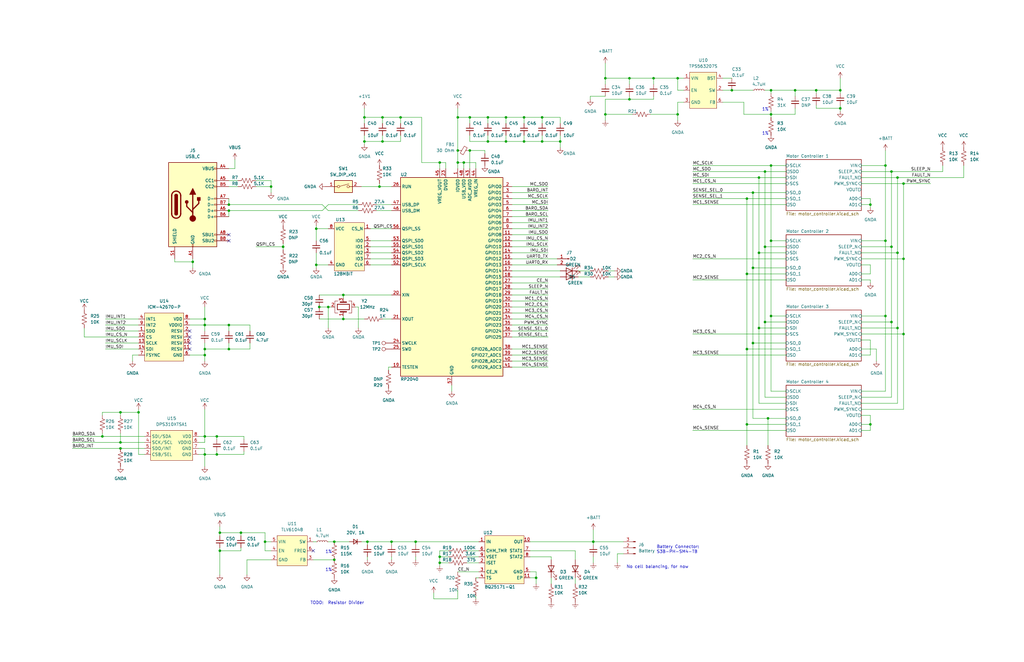
<source format=kicad_sch>
(kicad_sch (version 20230121) (generator eeschema)
  (paper "B")
  (junction (at 165.1 228.6))
  (junction (at 193.04 49.53))
  (junction (at 320.04 74.93))
  (junction (at 185.42 237.49))
  (junction (at 50.8 173.99))
  (junction (at 50.8 189.23))
  (junction (at 378.46 138.43))
  (junction (at 86.36 149.86))
  (junction (at 265.43 41.91))
  (junction (at 111.76 228.6))
  (junction (at 195.58 68.58))
  (junction (at 43.18 184.15))
  (junction (at 50.8 186.69))
  (junction (at 153.67 59.69))
  (junction (at 344.17 38.1))
  (junction (at 86.36 147.32))
  (junction (at 144.78 134.62))
  (junction (at 285.75 48.26))
  (junction (at 375.92 72.39))
  (junction (at 205.74 49.53))
  (junction (at 92.71 224.79))
  (junction (at 236.22 59.69))
  (junction (at 373.38 69.85))
  (junction (at 322.58 135.89))
  (junction (at 322.58 104.14))
  (junction (at 134.62 129.54))
  (junction (at 185.42 68.58))
  (junction (at 133.35 96.52))
  (junction (at 175.26 228.6))
  (junction (at 367.03 86.36))
  (junction (at 375.92 135.89))
  (junction (at 154.94 228.6))
  (junction (at 92.71 232.41))
  (junction (at 228.6 59.69))
  (junction (at 198.12 63.5))
  (junction (at 255.27 33.02))
  (junction (at 220.98 59.69))
  (junction (at 213.36 59.69))
  (junction (at 378.46 106.68))
  (junction (at 185.42 234.95))
  (junction (at 198.12 49.53))
  (junction (at 193.04 68.58))
  (junction (at 320.04 138.43))
  (junction (at 317.5 144.78))
  (junction (at 354.33 45.72))
  (junction (at 101.6 224.79))
  (junction (at 314.96 115.57))
  (junction (at 250.19 228.6))
  (junction (at 91.44 184.15))
  (junction (at 308.61 38.1))
  (junction (at 314.96 179.07))
  (junction (at 144.78 124.46))
  (junction (at 153.67 49.53))
  (junction (at 317.5 81.28))
  (junction (at 168.91 49.53))
  (junction (at 138.43 129.54))
  (junction (at 373.38 101.6))
  (junction (at 133.35 111.76))
  (junction (at 335.28 38.1))
  (junction (at 354.33 38.1))
  (junction (at 381 109.22))
  (junction (at 86.36 137.16))
  (junction (at 323.85 176.53))
  (junction (at 86.36 184.15))
  (junction (at 161.29 49.53))
  (junction (at 193.04 63.5))
  (junction (at 285.75 33.02))
  (junction (at 325.12 101.6))
  (junction (at 317.5 113.03))
  (junction (at 314.96 147.32))
  (junction (at 325.12 48.26))
  (junction (at 320.04 106.68))
  (junction (at 140.97 228.6))
  (junction (at 86.36 134.62))
  (junction (at 367.03 179.07))
  (junction (at 91.44 191.77))
  (junction (at 220.98 49.53))
  (junction (at 213.36 49.53))
  (junction (at 81.28 110.49))
  (junction (at 140.97 236.22))
  (junction (at 160.02 78.74))
  (junction (at 325.12 38.1))
  (junction (at 226.06 243.84))
  (junction (at 96.52 86.36))
  (junction (at 58.42 173.99))
  (junction (at 373.38 133.35))
  (junction (at 275.59 33.02))
  (junction (at 381 77.47))
  (junction (at 381 140.97))
  (junction (at 96.52 88.9))
  (junction (at 96.52 137.16))
  (junction (at 205.74 59.69))
  (junction (at 114.3 78.74))
  (junction (at 325.12 133.35))
  (junction (at 255.27 48.26))
  (junction (at 265.43 33.02))
  (junction (at 325.12 69.85))
  (junction (at 228.6 49.53))
  (junction (at 375.92 104.14))
  (junction (at 314.96 83.82))
  (junction (at 119.38 104.14))
  (junction (at 322.58 72.39))
  (junction (at 378.46 74.93))
  (junction (at 86.36 191.77))
  (junction (at 96.52 147.32))
  (junction (at 161.29 59.69))
  (no_connect (at 80.01 144.78))
  (no_connect (at 80.01 147.32))
  (no_connect (at 132.08 232.41))
  (no_connect (at 80.01 139.7))
  (no_connect (at 80.01 142.24))
  (no_connect (at 96.52 99.06))
  (no_connect (at 96.52 101.6))
  (wire (pts (xy 242.57 232.41) (xy 242.57 236.22)))
  (wire (pts (xy 363.22 147.32) (xy 369.57 147.32)))
  (wire (pts (xy 114.3 78.74) (xy 114.3 81.28)))
  (wire (pts (xy 193.04 63.5) (xy 193.04 68.58)))
  (wire (pts (xy 138.43 129.54) (xy 138.43 138.43)))
  (wire (pts (xy 375.92 167.64) (xy 375.92 135.89)))
  (wire (pts (xy 193.04 49.53) (xy 193.04 63.5)))
  (wire (pts (xy 138.43 88.9) (xy 135.89 86.36)))
  (wire (pts (xy 86.36 137.16) (xy 86.36 134.62)))
  (wire (pts (xy 292.1 181.61) (xy 331.47 181.61)))
  (wire (pts (xy 322.58 135.89) (xy 322.58 104.14)))
  (wire (pts (xy 160.02 78.74) (xy 165.1 78.74)))
  (wire (pts (xy 213.36 49.53) (xy 220.98 49.53)))
  (wire (pts (xy 314.96 147.32) (xy 331.47 147.32)))
  (wire (pts (xy 215.9 121.92) (xy 231.14 121.92)))
  (wire (pts (xy 265.43 33.02) (xy 255.27 33.02)))
  (wire (pts (xy 50.8 173.99) (xy 58.42 173.99)))
  (wire (pts (xy 292.1 86.36) (xy 331.47 86.36)))
  (wire (pts (xy 363.22 77.47) (xy 381 77.47)))
  (wire (pts (xy 193.04 68.58) (xy 193.04 71.12)))
  (wire (pts (xy 154.94 234.95) (xy 154.94 236.22)))
  (wire (pts (xy 107.95 104.14) (xy 119.38 104.14)))
  (wire (pts (xy 406.4 74.93) (xy 406.4 69.85)))
  (wire (pts (xy 308.61 38.1) (xy 317.5 38.1)))
  (wire (pts (xy 255.27 50.8) (xy 255.27 48.26)))
  (wire (pts (xy 86.36 144.78) (xy 86.36 147.32)))
  (wire (pts (xy 373.38 101.6) (xy 373.38 69.85)))
  (wire (pts (xy 354.33 45.72) (xy 354.33 46.99)))
  (wire (pts (xy 317.5 144.78) (xy 317.5 113.03)))
  (wire (pts (xy 114.3 236.22) (xy 104.14 236.22)))
  (wire (pts (xy 92.71 232.41) (xy 92.71 242.57)))
  (wire (pts (xy 363.22 179.07) (xy 367.03 179.07)))
  (wire (pts (xy 200.66 243.84) (xy 201.93 243.84)))
  (wire (pts (xy 163.83 154.94) (xy 163.83 156.21)))
  (wire (pts (xy 314.96 179.07) (xy 314.96 187.96)))
  (wire (pts (xy 58.42 173.99) (xy 58.42 172.72)))
  (wire (pts (xy 193.04 45.72) (xy 193.04 49.53)))
  (wire (pts (xy 265.43 35.56) (xy 265.43 33.02)))
  (wire (pts (xy 151.13 129.54) (xy 151.13 138.43)))
  (wire (pts (xy 292.1 149.86) (xy 331.47 149.86)))
  (wire (pts (xy 196.85 237.49) (xy 201.93 237.49)))
  (wire (pts (xy 363.22 175.26) (xy 367.03 175.26)))
  (wire (pts (xy 205.74 57.15) (xy 205.74 59.69)))
  (wire (pts (xy 325.12 48.26) (xy 335.28 48.26)))
  (wire (pts (xy 215.9 119.38) (xy 231.14 119.38)))
  (wire (pts (xy 363.22 167.64) (xy 375.92 167.64)))
  (wire (pts (xy 215.9 99.06) (xy 231.14 99.06)))
  (wire (pts (xy 223.52 241.3) (xy 226.06 241.3)))
  (wire (pts (xy 325.12 38.1) (xy 325.12 39.37)))
  (wire (pts (xy 165.1 234.95) (xy 165.1 236.22)))
  (wire (pts (xy 363.22 118.11) (xy 367.03 118.11)))
  (wire (pts (xy 304.8 38.1) (xy 308.61 38.1)))
  (wire (pts (xy 236.22 62.23) (xy 236.22 59.69)))
  (wire (pts (xy 96.52 137.16) (xy 105.41 137.16)))
  (wire (pts (xy 96.52 86.36) (xy 135.89 86.36)))
  (wire (pts (xy 213.36 49.53) (xy 213.36 52.07)))
  (wire (pts (xy 317.5 81.28) (xy 331.47 81.28)))
  (wire (pts (xy 320.04 138.43) (xy 331.47 138.43)))
  (wire (pts (xy 228.6 59.69) (xy 236.22 59.69)))
  (wire (pts (xy 44.45 144.78) (xy 58.42 144.78)))
  (wire (pts (xy 185.42 234.95) (xy 185.42 237.49)))
  (wire (pts (xy 35.56 142.24) (xy 58.42 142.24)))
  (wire (pts (xy 232.41 243.84) (xy 232.41 246.38)))
  (wire (pts (xy 285.75 33.02) (xy 288.29 33.02)))
  (wire (pts (xy 255.27 40.64) (xy 248.92 40.64)))
  (wire (pts (xy 50.8 186.69) (xy 60.96 186.69)))
  (wire (pts (xy 381 109.22) (xy 381 140.97)))
  (wire (pts (xy 175.26 228.6) (xy 201.93 228.6)))
  (wire (pts (xy 250.19 228.6) (xy 250.19 223.52)))
  (wire (pts (xy 231.14 81.28) (xy 215.9 81.28)))
  (wire (pts (xy 96.52 144.78) (xy 96.52 147.32)))
  (wire (pts (xy 331.47 69.85) (xy 325.12 69.85)))
  (wire (pts (xy 275.59 33.02) (xy 275.59 35.56)))
  (wire (pts (xy 354.33 38.1) (xy 354.33 39.37)))
  (wire (pts (xy 156.21 96.52) (xy 165.1 96.52)))
  (wire (pts (xy 228.6 57.15) (xy 228.6 59.69)))
  (wire (pts (xy 243.84 114.3) (xy 248.92 114.3)))
  (wire (pts (xy 198.12 49.53) (xy 198.12 52.07)))
  (wire (pts (xy 363.22 86.36) (xy 367.03 86.36)))
  (wire (pts (xy 262.89 233.68) (xy 260.35 233.68)))
  (wire (pts (xy 190.5 162.56) (xy 190.5 165.1)))
  (wire (pts (xy 168.91 59.69) (xy 161.29 59.69)))
  (wire (pts (xy 185.42 237.49) (xy 189.23 237.49)))
  (wire (pts (xy 156.21 109.22) (xy 165.1 109.22)))
  (wire (pts (xy 96.52 78.74) (xy 100.33 78.74)))
  (wire (pts (xy 86.36 137.16) (xy 96.52 137.16)))
  (wire (pts (xy 335.28 38.1) (xy 344.17 38.1)))
  (wire (pts (xy 354.33 45.72) (xy 354.33 44.45)))
  (wire (pts (xy 154.94 228.6) (xy 154.94 229.87)))
  (wire (pts (xy 86.36 149.86) (xy 86.36 152.4)))
  (wire (pts (xy 292.1 109.22) (xy 331.47 109.22)))
  (wire (pts (xy 320.04 138.43) (xy 320.04 170.18)))
  (wire (pts (xy 215.9 127) (xy 231.14 127)))
  (wire (pts (xy 381 77.47) (xy 381 109.22)))
  (wire (pts (xy 80.01 149.86) (xy 86.36 149.86)))
  (wire (pts (xy 133.35 106.68) (xy 133.35 111.76)))
  (wire (pts (xy 215.9 137.16) (xy 231.14 137.16)))
  (wire (pts (xy 285.75 48.26) (xy 285.75 50.8)))
  (wire (pts (xy 344.17 38.1) (xy 354.33 38.1)))
  (wire (pts (xy 30.48 189.23) (xy 50.8 189.23)))
  (wire (pts (xy 205.74 49.53) (xy 213.36 49.53)))
  (wire (pts (xy 44.45 134.62) (xy 58.42 134.62)))
  (wire (pts (xy 144.78 134.62) (xy 153.67 134.62)))
  (wire (pts (xy 96.52 83.82) (xy 96.52 86.36)))
  (wire (pts (xy 292.1 74.93) (xy 320.04 74.93)))
  (wire (pts (xy 156.21 111.76) (xy 165.1 111.76)))
  (wire (pts (xy 44.45 139.7) (xy 58.42 139.7)))
  (wire (pts (xy 58.42 173.99) (xy 58.42 191.77)))
  (wire (pts (xy 134.62 124.46) (xy 144.78 124.46)))
  (wire (pts (xy 331.47 176.53) (xy 323.85 176.53)))
  (wire (pts (xy 215.9 147.32) (xy 231.14 147.32)))
  (wire (pts (xy 175.26 228.6) (xy 175.26 229.87)))
  (wire (pts (xy 367.03 181.61) (xy 363.22 181.61)))
  (wire (pts (xy 331.47 179.07) (xy 314.96 179.07)))
  (wire (pts (xy 331.47 101.6) (xy 325.12 101.6)))
  (wire (pts (xy 168.91 57.15) (xy 168.91 59.69)))
  (wire (pts (xy 288.29 38.1) (xy 285.75 38.1)))
  (wire (pts (xy 250.19 228.6) (xy 262.89 228.6)))
  (wire (pts (xy 102.87 191.77) (xy 102.87 190.5)))
  (wire (pts (xy 215.9 132.08) (xy 231.14 132.08)))
  (wire (pts (xy 325.12 38.1) (xy 335.28 38.1)))
  (wire (pts (xy 223.52 243.84) (xy 226.06 243.84)))
  (wire (pts (xy 151.13 129.54) (xy 149.86 129.54)))
  (wire (pts (xy 314.96 115.57) (xy 331.47 115.57)))
  (wire (pts (xy 381 172.72) (xy 363.22 172.72)))
  (wire (pts (xy 314.96 115.57) (xy 314.96 83.82)))
  (wire (pts (xy 325.12 69.85) (xy 325.12 101.6)))
  (wire (pts (xy 220.98 49.53) (xy 228.6 49.53)))
  (wire (pts (xy 215.9 154.94) (xy 231.14 154.94)))
  (wire (pts (xy 96.52 147.32) (xy 105.41 147.32)))
  (wire (pts (xy 363.22 138.43) (xy 378.46 138.43)))
  (wire (pts (xy 91.44 185.42) (xy 91.44 184.15)))
  (wire (pts (xy 367.03 86.36) (xy 367.03 83.82)))
  (wire (pts (xy 195.58 68.58) (xy 195.58 71.12)))
  (wire (pts (xy 86.36 139.7) (xy 86.36 137.16)))
  (wire (pts (xy 177.8 68.58) (xy 177.8 49.53)))
  (wire (pts (xy 215.9 142.24) (xy 231.14 142.24)))
  (wire (pts (xy 152.4 228.6) (xy 154.94 228.6)))
  (wire (pts (xy 161.29 49.53) (xy 161.29 52.07)))
  (wire (pts (xy 200.66 71.12) (xy 200.66 68.58)))
  (wire (pts (xy 119.38 104.14) (xy 119.38 105.41)))
  (wire (pts (xy 102.87 184.15) (xy 91.44 184.15)))
  (wire (pts (xy 44.45 147.32) (xy 58.42 147.32)))
  (wire (pts (xy 381 140.97) (xy 381 172.72)))
  (wire (pts (xy 215.9 129.54) (xy 231.14 129.54)))
  (wire (pts (xy 86.36 189.23) (xy 86.36 191.77)))
  (wire (pts (xy 138.43 111.76) (xy 133.35 111.76)))
  (wire (pts (xy 200.66 251.46) (xy 200.66 252.73)))
  (wire (pts (xy 111.76 228.6) (xy 114.3 228.6)))
  (wire (pts (xy 375.92 104.14) (xy 375.92 72.39)))
  (wire (pts (xy 292.1 77.47) (xy 331.47 77.47)))
  (wire (pts (xy 168.91 49.53) (xy 168.91 52.07)))
  (wire (pts (xy 215.9 124.46) (xy 231.14 124.46)))
  (wire (pts (xy 215.9 104.14) (xy 231.14 104.14)))
  (wire (pts (xy 189.23 232.41) (xy 185.42 232.41)))
  (wire (pts (xy 367.03 115.57) (xy 367.03 111.76)))
  (wire (pts (xy 144.78 125.73) (xy 144.78 124.46)))
  (wire (pts (xy 81.28 110.49) (xy 81.28 113.03)))
  (wire (pts (xy 344.17 44.45) (xy 344.17 45.72)))
  (wire (pts (xy 331.47 74.93) (xy 320.04 74.93)))
  (wire (pts (xy 205.74 59.69) (xy 213.36 59.69)))
  (wire (pts (xy 156.21 104.14) (xy 165.1 104.14)))
  (wire (pts (xy 375.92 72.39) (xy 397.51 72.39)))
  (wire (pts (xy 200.66 68.58) (xy 195.58 68.58)))
  (wire (pts (xy 187.96 68.58) (xy 185.42 68.58)))
  (wire (pts (xy 153.67 49.53) (xy 153.67 52.07)))
  (wire (pts (xy 363.22 135.89) (xy 375.92 135.89)))
  (wire (pts (xy 193.04 252.73) (xy 182.88 252.73)))
  (wire (pts (xy 111.76 224.79) (xy 111.76 228.6)))
  (wire (pts (xy 320.04 74.93) (xy 320.04 106.68)))
  (wire (pts (xy 132.08 236.22) (xy 140.97 236.22)))
  (wire (pts (xy 275.59 33.02) (xy 285.75 33.02)))
  (wire (pts (xy 213.36 59.69) (xy 220.98 59.69)))
  (wire (pts (xy 223.52 232.41) (xy 242.57 232.41)))
  (wire (pts (xy 215.9 83.82) (xy 231.14 83.82)))
  (wire (pts (xy 215.9 116.84) (xy 236.22 116.84)))
  (wire (pts (xy 255.27 48.26) (xy 266.7 48.26)))
  (wire (pts (xy 248.92 40.64) (xy 248.92 41.91)))
  (wire (pts (xy 215.9 78.74) (xy 231.14 78.74)))
  (wire (pts (xy 43.18 182.88) (xy 43.18 184.15)))
  (wire (pts (xy 314.96 83.82) (xy 331.47 83.82)))
  (wire (pts (xy 100.33 76.2) (xy 96.52 76.2)))
  (wire (pts (xy 363.22 106.68) (xy 378.46 106.68)))
  (wire (pts (xy 86.36 191.77) (xy 91.44 191.77)))
  (wire (pts (xy 378.46 74.93) (xy 406.4 74.93)))
  (wire (pts (xy 236.22 52.07) (xy 236.22 49.53)))
  (wire (pts (xy 161.29 134.62) (xy 165.1 134.62)))
  (wire (pts (xy 205.74 49.53) (xy 205.74 52.07)))
  (wire (pts (xy 151.13 88.9) (xy 138.43 88.9)))
  (wire (pts (xy 81.28 110.49) (xy 81.28 109.22)))
  (wire (pts (xy 193.04 49.53) (xy 198.12 49.53)))
  (wire (pts (xy 363.22 170.18) (xy 378.46 170.18)))
  (wire (pts (xy 138.43 96.52) (xy 133.35 96.52)))
  (wire (pts (xy 320.04 170.18) (xy 331.47 170.18)))
  (wire (pts (xy 223.52 228.6) (xy 250.19 228.6)))
  (wire (pts (xy 111.76 232.41) (xy 111.76 228.6)))
  (wire (pts (xy 367.03 143.51) (xy 367.03 149.86)))
  (wire (pts (xy 228.6 49.53) (xy 228.6 52.07)))
  (wire (pts (xy 322.58 167.64) (xy 322.58 135.89)))
  (wire (pts (xy 231.14 91.44) (xy 215.9 91.44)))
  (wire (pts (xy 86.36 147.32) (xy 86.36 149.86)))
  (wire (pts (xy 335.28 38.1) (xy 335.28 40.64)))
  (wire (pts (xy 213.36 57.15) (xy 213.36 59.69)))
  (wire (pts (xy 92.71 224.79) (xy 101.6 224.79)))
  (wire (pts (xy 260.35 233.68) (xy 260.35 237.49)))
  (wire (pts (xy 153.67 60.96) (xy 153.67 59.69)))
  (wire (pts (xy 92.71 222.25) (xy 92.71 224.79)))
  (wire (pts (xy 187.96 71.12) (xy 187.96 68.58)))
  (wire (pts (xy 43.18 173.99) (xy 43.18 175.26)))
  (wire (pts (xy 50.8 189.23) (xy 60.96 189.23)))
  (wire (pts (xy 73.66 110.49) (xy 81.28 110.49)))
  (wire (pts (xy 378.46 74.93) (xy 378.46 106.68)))
  (wire (pts (xy 58.42 149.86) (xy 55.88 149.86)))
  (wire (pts (xy 86.36 129.54) (xy 86.36 134.62)))
  (wire (pts (xy 265.43 41.91) (xy 255.27 41.91)))
  (wire (pts (xy 198.12 49.53) (xy 205.74 49.53)))
  (wire (pts (xy 185.42 68.58) (xy 185.42 71.12)))
  (wire (pts (xy 363.22 83.82) (xy 367.03 83.82)))
  (wire (pts (xy 107.95 76.2) (xy 114.3 76.2)))
  (wire (pts (xy 373.38 133.35) (xy 373.38 101.6)))
  (wire (pts (xy 151.13 86.36) (xy 138.43 86.36)))
  (wire (pts (xy 304.8 33.02) (xy 308.61 33.02)))
  (wire (pts (xy 215.9 101.6) (xy 231.14 101.6)))
  (wire (pts (xy 226.06 241.3) (xy 226.06 243.84)))
  (wire (pts (xy 161.29 57.15) (xy 161.29 59.69)))
  (wire (pts (xy 105.41 137.16) (xy 105.41 139.7)))
  (wire (pts (xy 325.12 46.99) (xy 325.12 48.26)))
  (wire (pts (xy 220.98 57.15) (xy 220.98 59.69)))
  (wire (pts (xy 119.38 102.87) (xy 119.38 104.14)))
  (wire (pts (xy 156.21 106.68) (xy 165.1 106.68)))
  (wire (pts (xy 255.27 33.02) (xy 255.27 35.56)))
  (wire (pts (xy 231.14 88.9) (xy 215.9 88.9)))
  (wire (pts (xy 175.26 234.95) (xy 175.26 236.22)))
  (wire (pts (xy 322.58 104.14) (xy 322.58 72.39)))
  (wire (pts (xy 344.17 38.1) (xy 344.17 39.37)))
  (wire (pts (xy 204.47 63.5) (xy 198.12 63.5)))
  (wire (pts (xy 104.14 236.22) (xy 104.14 242.57)))
  (wire (pts (xy 243.84 116.84) (xy 248.92 116.84)))
  (wire (pts (xy 91.44 191.77) (xy 102.87 191.77)))
  (wire (pts (xy 325.12 133.35) (xy 331.47 133.35)))
  (wire (pts (xy 138.43 86.36) (xy 135.89 88.9)))
  (wire (pts (xy 44.45 137.16) (xy 58.42 137.16)))
  (wire (pts (xy 363.22 109.22) (xy 381 109.22)))
  (wire (pts (xy 231.14 86.36) (xy 215.9 86.36)))
  (wire (pts (xy 363.22 111.76) (xy 367.03 111.76)))
  (wire (pts (xy 215.9 139.7) (xy 231.14 139.7)))
  (wire (pts (xy 215.9 106.68) (xy 231.14 106.68)))
  (wire (pts (xy 83.82 184.15) (xy 86.36 184.15)))
  (wire (pts (xy 138.43 228.6) (xy 140.97 228.6)))
  (wire (pts (xy 86.36 172.72) (xy 86.36 184.15)))
  (wire (pts (xy 86.36 147.32) (xy 96.52 147.32)))
  (wire (pts (xy 378.46 138.43) (xy 378.46 106.68)))
  (wire (pts (xy 215.9 152.4) (xy 231.14 152.4)))
  (wire (pts (xy 331.47 165.1) (xy 325.12 165.1)))
  (wire (pts (xy 317.5 144.78) (xy 331.47 144.78)))
  (wire (pts (xy 198.12 57.15) (xy 198.12 59.69)))
  (wire (pts (xy 196.85 234.95) (xy 201.93 234.95)))
  (wire (pts (xy 144.78 134.62) (xy 144.78 133.35)))
  (wire (pts (xy 236.22 59.69) (xy 236.22 57.15)))
  (wire (pts (xy 43.18 184.15) (xy 60.96 184.15)))
  (wire (pts (xy 322.58 104.14) (xy 331.47 104.14)))
  (wire (pts (xy 320.04 106.68) (xy 320.04 138.43)))
  (wire (pts (xy 80.01 137.16) (xy 86.36 137.16)))
  (wire (pts (xy 144.78 124.46) (xy 165.1 124.46)))
  (wire (pts (xy 168.91 49.53) (xy 161.29 49.53)))
  (wire (pts (xy 292.1 69.85) (xy 325.12 69.85)))
  (wire (pts (xy 397.51 72.39) (xy 397.51 69.85)))
  (wire (pts (xy 242.57 243.84) (xy 242.57 246.38)))
  (wire (pts (xy 30.48 186.69) (xy 50.8 186.69)))
  (wire (pts (xy 215.9 114.3) (xy 236.22 114.3)))
  (wire (pts (xy 363.22 115.57) (xy 367.03 115.57)))
  (wire (pts (xy 30.48 184.15) (xy 43.18 184.15)))
  (wire (pts (xy 134.62 134.62) (xy 144.78 134.62)))
  (wire (pts (xy 373.38 63.5) (xy 373.38 69.85)))
  (wire (pts (xy 288.29 43.18) (xy 285.75 43.18)))
  (wire (pts (xy 160.02 78.74) (xy 160.02 77.47)))
  (wire (pts (xy 220.98 59.69) (xy 228.6 59.69)))
  (wire (pts (xy 83.82 191.77) (xy 86.36 191.77)))
  (wire (pts (xy 313.69 43.18) (xy 304.8 43.18)))
  (wire (pts (xy 114.3 76.2) (xy 114.3 78.74)))
  (wire (pts (xy 60.96 191.77) (xy 58.42 191.77)))
  (wire (pts (xy 331.47 167.64) (xy 322.58 167.64)))
  (wire (pts (xy 165.1 228.6) (xy 165.1 229.87)))
  (wire (pts (xy 292.1 72.39) (xy 322.58 72.39)))
  (wire (pts (xy 92.71 224.79) (xy 92.71 226.06)))
  (wire (pts (xy 215.9 96.52) (xy 231.14 96.52)))
  (wire (pts (xy 285.75 43.18) (xy 285.75 48.26)))
  (wire (pts (xy 96.52 88.9) (xy 96.52 91.44)))
  (wire (pts (xy 96.52 137.16) (xy 96.52 139.7)))
  (wire (pts (xy 107.95 78.74) (xy 114.3 78.74)))
  (wire (pts (xy 101.6 224.79) (xy 111.76 224.79)))
  (wire (pts (xy 325.12 101.6) (xy 325.12 133.35)))
  (wire (pts (xy 322.58 135.89) (xy 331.47 135.89)))
  (wire (pts (xy 369.57 147.32) (xy 369.57 152.4)))
  (wire (pts (xy 363.22 143.51) (xy 367.03 143.51)))
  (wire (pts (xy 86.36 191.77) (xy 86.36 196.85)))
  (wire (pts (xy 43.18 173.99) (xy 50.8 173.99)))
  (wire (pts (xy 35.56 142.24) (xy 35.56 138.43)))
  (wire (pts (xy 317.5 113.03) (xy 317.5 81.28)))
  (wire (pts (xy 292.1 118.11) (xy 331.47 118.11)))
  (wire (pts (xy 255.27 26.67) (xy 255.27 33.02)))
  (wire (pts (xy 133.35 96.52) (xy 133.35 101.6)))
  (wire (pts (xy 156.21 101.6) (xy 165.1 101.6)))
  (wire (pts (xy 193.04 248.92) (xy 193.04 252.73)))
  (wire (pts (xy 250.19 229.87) (xy 250.19 228.6)))
  (wire (pts (xy 182.88 252.73) (xy 182.88 250.19)))
  (wire (pts (xy 215.9 134.62) (xy 231.14 134.62)))
  (wire (pts (xy 152.4 78.74) (xy 160.02 78.74)))
  (wire (pts (xy 367.03 149.86) (xy 363.22 149.86)))
  (wire (pts (xy 195.58 68.58) (xy 193.04 68.58)))
  (wire (pts (xy 196.85 232.41) (xy 201.93 232.41)))
  (wire (pts (xy 314.96 147.32) (xy 314.96 115.57)))
  (wire (pts (xy 363.22 74.93) (xy 378.46 74.93)))
  (wire (pts (xy 256.54 114.3) (xy 259.08 114.3)))
  (wire (pts (xy 83.82 186.69) (xy 86.36 186.69)))
  (wire (pts (xy 185.42 232.41) (xy 185.42 234.95)))
  (wire (pts (xy 96.52 71.12) (xy 99.06 71.12)))
  (wire (pts (xy 91.44 191.77) (xy 91.44 190.5)))
  (wire (pts (xy 114.3 232.41) (xy 111.76 232.41)))
  (wire (pts (xy 363.22 69.85) (xy 373.38 69.85)))
  (wire (pts (xy 177.8 49.53) (xy 168.91 49.53)))
  (wire (pts (xy 158.75 86.36) (xy 165.1 86.36)))
  (wire (pts (xy 73.66 109.22) (xy 73.66 110.49)))
  (wire (pts (xy 255.27 48.26) (xy 255.27 41.91)))
  (wire (pts (xy 86.36 184.15) (xy 91.44 184.15)))
  (wire (pts (xy 274.32 48.26) (xy 285.75 48.26)))
  (wire (pts (xy 185.42 237.49) (xy 185.42 238.76)))
  (wire (pts (xy 161.29 49.53) (xy 153.67 49.53)))
  (wire (pts (xy 161.29 59.69) (xy 153.67 59.69)))
  (wire (pts (xy 232.41 236.22) (xy 232.41 234.95)))
  (wire (pts (xy 354.33 33.02) (xy 354.33 38.1)))
  (wire (pts (xy 378.46 170.18) (xy 378.46 138.43)))
  (wire (pts (xy 140.97 228.6) (xy 147.32 228.6)))
  (wire (pts (xy 265.43 33.02) (xy 275.59 33.02)))
  (wire (pts (xy 92.71 231.14) (xy 92.71 232.41)))
  (wire (pts (xy 133.35 96.52) (xy 133.35 95.25)))
  (wire (pts (xy 101.6 224.79) (xy 101.6 226.06)))
  (wire (pts (xy 158.75 88.9) (xy 165.1 88.9)))
  (wire (pts (xy 153.67 57.15) (xy 153.67 59.69)))
  (wire (pts (xy 322.58 38.1) (xy 325.12 38.1)))
  (wire (pts (xy 375.92 135.89) (xy 375.92 104.14)))
  (wire (pts (xy 153.67 45.72) (xy 153.67 49.53)))
  (wire (pts (xy 96.52 88.9) (xy 135.89 88.9)))
  (wire (pts (xy 215.9 111.76) (xy 234.95 111.76)))
  (wire (pts (xy 265.43 40.64) (xy 265.43 41.91)))
  (wire (pts (xy 367.03 179.07) (xy 367.03 181.61)))
  (wire (pts (xy 363.22 133.35) (xy 373.38 133.35)))
  (wire (pts (xy 250.19 237.49) (xy 250.19 234.95)))
  (wire (pts (xy 177.8 68.58) (xy 185.42 68.58)))
  (wire (pts (xy 363.22 165.1) (xy 373.38 165.1)))
  (wire (pts (xy 163.83 154.94) (xy 165.1 154.94)))
  (wire (pts (xy 50.8 173.99) (xy 50.8 175.26)))
  (wire (pts (xy 363.22 140.97) (xy 381 140.97)))
  (wire (pts (xy 367.03 175.26) (xy 367.03 179.07)))
  (wire (pts (xy 363.22 72.39) (xy 375.92 72.39)))
  (wire (pts (xy 313.69 48.26) (xy 325.12 48.26)))
  (wire (pts (xy 101.6 232.41) (xy 92.71 232.41)))
  (wire (pts (xy 99.06 71.12) (xy 99.06 67.31)))
  (wire (pts (xy 204.47 64.77) (xy 204.47 63.5)))
  (wire (pts (xy 50.8 182.88) (xy 50.8 186.69)))
  (wire (pts (xy 325.12 165.1) (xy 325.12 133.35)))
  (wire (pts (xy 80.01 134.62) (xy 86.36 134.62)))
  (wire (pts (xy 215.9 149.86) (xy 231.14 149.86)))
  (wire (pts (xy 198.12 63.5) (xy 198.12 71.12)))
  (wire (pts (xy 367.03 86.36) (xy 367.03 87.63)))
  (wire (pts (xy 105.41 144.78) (xy 105.41 147.32)))
  (wire (pts (xy 317.5 176.53) (xy 317.5 144.78)))
  (wire (pts (xy 292.1 81.28) (xy 317.5 81.28)))
  (wire (pts (xy 325.12 49.53) (xy 325.12 48.26)))
  (wire (pts (xy 320.04 106.68) (xy 331.47 106.68)))
  (wire (pts (xy 220.98 49.53) (xy 220.98 52.07)))
  (wire (pts (xy 133.35 111.76) (xy 133.35 113.03)))
  (wire (pts (xy 226.06 243.84) (xy 226.06 246.38)))
  (wire (pts (xy 323.85 176.53) (xy 323.85 187.96)))
  (wire (pts (xy 55.88 149.86) (xy 55.88 152.4)))
  (wire (pts (xy 215.9 109.22) (xy 234.95 109.22)))
  (wire (pts (xy 86.36 186.69) (xy 86.36 184.15)))
  (wire (pts (xy 381 77.47) (xy 392.43 77.47)))
  (wire (pts (xy 275.59 40.64) (xy 275.59 41.91)))
  (wire (pts (xy 367.03 118.11) (xy 367.03 119.38)))
  (wire (pts (xy 185.42 234.95) (xy 189.23 234.95)))
  (wire (pts (xy 132.08 228.6) (xy 133.35 228.6)))
  (wire (pts (xy 165.1 228.6) (xy 175.26 228.6)))
  (wire (pts (xy 134.62 129.54) (xy 138.43 129.54)))
  (wire (pts (xy 363.22 101.6) (xy 373.38 101.6)))
  (wire (pts (xy 193.04 241.3) (xy 201.93 241.3)))
  (wire (pts (xy 198.12 59.69) (xy 205.74 59.69)))
  (wire (pts (xy 363.22 104.14) (xy 375.92 104.14)))
  (wire (pts (xy 285.75 38.1) (xy 285.75 33.02)))
  (wire (pts (xy 275.59 41.91) (xy 265.43 41.91)))
  (wire (pts (xy 102.87 185.42) (xy 102.87 184.15)))
  (wire (pts (xy 101.6 231.14) (xy 101.6 232.41)))
  (wire (pts (xy 323.85 176.53) (xy 317.5 176.53)))
  (wire (pts (xy 322.58 72.39) (xy 331.47 72.39)))
  (wire (pts (xy 154.94 228.6) (xy 165.1 228.6)))
  (wire (pts (xy 335.28 48.26) (xy 335.28 45.72)))
  (wire (pts (xy 256.54 116.84) (xy 259.08 116.84)))
  (wire (pts (xy 138.43 129.54) (xy 139.7 129.54)))
  (wire (pts (xy 232.41 234.95) (xy 223.52 234.95)))
  (wire (pts (xy 292.1 172.72) (xy 331.47 172.72)))
  (wire (pts (xy 344.17 45.72) (xy 354.33 45.72)))
  (wire (pts (xy 228.6 49.53) (xy 236.22 49.53)))
  (wire (pts (xy 317.5 113.03) (xy 331.47 113.03)))
  (wire (pts (xy 215.9 93.98) (xy 231.14 93.98)))
  (wire (pts (xy 313.69 48.26) (xy 313.69 43.18)))
  (wire (pts (xy 373.38 165.1) (xy 373.38 133.35)))
  (wire (pts (xy 314.96 179.07) (xy 314.96 147.32)))
  (wire (pts (xy 292.1 140.97) (xy 331.47 140.97)))
  (wire (pts (xy 292.1 83.82) (xy 314.96 83.82)))
  (wire (pts (xy 83.82 189.23) (xy 86.36 189.23)))
  (text "1%" (at 137.16 241.3 0) (effects (font (size 1.27 1.27)) (justify left bottom)))
  (text "1%" (at 137.16 233.68 0) (effects (font (size 1.27 1.27)) (justify left bottom)))
  (text "1%" (at 321.31 46.99 0) (effects (font (size 1.27 1.27)) (justify left bottom)))
  (text "No cell balancing, for now" (at 264.16 240.03 0) (effects (font (size 1.27 1.27)) (justify left bottom)))
  (text "1%" (at 321.31 57.15 0) (effects (font (size 1.27 1.27)) (justify left bottom)))
  (text "TODO:  Resistor Divider" (at 130.81 255.27 0) (effects (font (size 1.27 1.27)) (justify left bottom)))
  (text "Battery Connector:\nS3B-PH-SM4-TB" (at 276.86 233.68 0) (effects (font (size 1.27 1.27)) (justify left bottom)))
  (label "MC_SCLK" (at 231.14 83.82 180))
  (label "FAULT_N" (at 231.14 124.46 180))
  (label "QSPI_CS" (at 107.95 104.14 0))
  (label "PWM_SYNC" (at 392.43 77.47 180))
  (label "IMU_SDI" (at 231.14 106.68 180))
  (label "MC4_CS_N" (at 231.14 134.62 180))
  (label "IMU_SCLK" (at 231.14 104.14 180))
  (label "MC1_SENSE" (at 292.1 86.36 0))
  (label "MC_SDI" (at 231.14 86.36 180))
  (label "IMU_INT2" (at 44.45 137.16 0))
  (label "IMU_SCLK" (at 44.45 144.78 0))
  (label "IMU_INT1" (at 44.45 134.62 0))
  (label "SENSE_SEL_0" (at 231.14 139.7 180))
  (label "BARO_INT" (at 231.14 81.28 180))
  (label "MC4_SENSE" (at 292.1 181.61 0))
  (label "CE_N" (at 193.04 241.3 0))
  (label "UART0_RX" (at 231.14 111.76 180))
  (label "MC3_SENSE" (at 231.14 152.4 180))
  (label "MC_SCLK" (at 292.1 69.85 0))
  (label "BARO_SDA" (at 231.14 88.9 180))
  (label "SENSE_SEL_1" (at 292.1 83.82 0))
  (label "MC3_SENSE" (at 292.1 149.86 0))
  (label "SLEEP_N" (at 392.43 72.39 180))
  (label "MC3_CS_N" (at 231.14 132.08 180))
  (label "MC_SDI" (at 292.1 74.93 0))
  (label "MC2_CS_N" (at 231.14 129.54 180))
  (label "MC2_CS_N" (at 292.1 109.22 0))
  (label "PWM_SYNC" (at 231.14 137.16 180))
  (label "MC3_CS_N" (at 292.1 140.97 0))
  (label "MC1_CS_N" (at 231.14 127 180))
  (label "IMU_SDO" (at 44.45 139.7 0))
  (label "MC_SDO" (at 292.1 72.39 0))
  (label "IMU_SDI" (at 44.45 147.32 0))
  (label "BARO_SDA" (at 30.48 184.15 0))
  (label "MC_SDO" (at 231.14 78.74 180))
  (label "BARO_INT" (at 30.48 189.23 0))
  (label "BARO_SCL" (at 231.14 91.44 180))
  (label "MC2_SENSE" (at 292.1 118.11 0))
  (label "SENSE_SEL_0" (at 292.1 81.28 0))
  (label "IMU_CS_N" (at 231.14 101.6 180))
  (label "SLEEP_N" (at 231.14 121.92 180))
  (label "CE_N" (at 231.14 119.38 180))
  (label "FAULT_N" (at 392.43 74.93 180))
  (label "UART0_TX" (at 231.14 109.22 180))
  (label "MC1_SENSE" (at 231.14 147.32 180))
  (label "MC4_SENSE" (at 231.14 154.94 180))
  (label "BARO_SCL" (at 30.48 186.69 0))
  (label "MC1_CS_N" (at 292.1 77.47 0))
  (label "IMU_INT1" (at 231.14 93.98 180))
  (label "MC2_SENSE" (at 231.14 149.86 180))
  (label "SENSE_SEL_1" (at 231.14 142.24 180))
  (label "QSPI_CS" (at 157.48 96.52 0))
  (label "IMU_CS_N" (at 44.45 142.24 0))
  (label "MC4_CS_N" (at 292.1 172.72 0))
  (label "IMU_SDO" (at 231.14 99.06 180))
  (label "IMU_INT2" (at 231.14 96.52 180))
  (symbol (lib_id "power:GNDA") (at 154.94 236.22 0) (unit 1)
    (property "Reference" "#PWR057" (effects hide))
    (property "Value" "GNDA" (at 154.94 241.3 0))
  )
  (symbol (lib_id "Device:C_Small") (at 175.26 232.41 0) (unit 1)
    (property "Reference" "C54" (at 177.8 231.14 0) (effects (justify left)))
    (property "Value" "10uF" (at 177.8 233.68 0) (effects (justify left)))
    (property "Footprint" "Capacitor_SMD:C_0805_2012Metric" (effects hide))
    (property "Datasheet" "https://media.digikey.com/pdf/Data%20Sheets/Samsung%20PDFs/CL21A106KOQNNNE_Spec.pdf" (effects hide))
    (property "Part_Number" "CL21A106KOQNNNE" (effects hide))
    (property "V_Rated" "16V" (effects hide))
  )
  (symbol (lib_id "Connector:TestPoint") (at 165.1 144.78 90) (unit 1)
    (property "Reference" "TP1" (at 158.75 144.78 90))
    (property "Value" "TestPoint" (effects hide))
    (property "Footprint" "TestPoint:TestPoint_Pad_D1.0mm" (effects hide))
  )
  (symbol (lib_id "Connector:Conn_01x02_Pin") (at 240.03 109.22 0) (mirror y) (unit 1)
    (property "Reference" "J7" (at 240.03 106.68 0))
    (property "Value" "Conn_01x02_Pin" (effects hide))
    (property "Footprint" "Connector_PinHeader_2.54mm:PinHeader_1x02_P2.54mm_Vertical" (effects hide))
  )
  (symbol (lib_id "_Huff_Custom:BQ25171-Q1") (at 204.47 226.06 0) (unit 1)
    (property "Reference" "U12" (at 205.74 224.79 0))
    (property "Value" "BQ25171-Q1" (at 210.82 247.65 0))
    (property "Footprint" "Package_SON:VSON-10-1EP_3x3mm_P0.5mm_EP1.65x2.4mm" (effects hide))
    (property "Datasheet" "https://www.ti.com/lit/ds/symlink/bq25171-q1.pdf?ts=1690053184569" (effects hide))
  )
  (symbol (lib_id "Device:R_US") (at 140.97 232.41 0) (unit 1)
    (property "Reference" "R15" (at 143.51 231.14 0) (effects (justify left)))
    (property "Value" "115K" (at 143.51 233.68 0) (effects (justify left)))
    (property "Footprint" "Resistor_SMD:R_0402_1005Metric" (effects hide))
  )
  (symbol (lib_id "Switch:SW_DIP_x01") (at 144.78 78.74 0) (unit 1)
    (property "Reference" "SW1" (at 144.78 71.12 0))
    (property "Value" "SW_DIP_x01" (at 144.78 73.66 0))
    (property "Footprint" "Button_Switch_SMD:SW_SPST_CK_RS282G05A3" (effects hide))
    (property "Datasheet" "https://www.mouser.com/datasheet/2/240/RS_282G05A_SM_RT-3051254.pdf" (effects hide))
    (property "Part_Number" "RS282G05A3SMRT" (effects hide))
  )
  (symbol (lib_id "power:VCC") (at 397.51 62.23 0) (unit 1)
    (property "Reference" "#PWR042" (effects hide))
    (property "Value" "VCC" (at 397.51 57.15 0))
  )
  (symbol (lib_id "power:VCC") (at 354.33 33.02 0) (unit 1)
    (property "Reference" "#PWR039" (effects hide))
    (property "Value" "VCC" (at 354.33 27.94 0))
  )
  (symbol (lib_id "_Huff_Custom:TPS563207SDRLR") (at 290.83 30.48 0) (unit 1)
    (property "Reference" "U10" (at 296.545 25.4 0))
    (property "Value" "TPS563207S" (at 296.545 27.94 0))
    (property "Footprint" "Package_TO_SOT_SMD:SOT-563" (effects hide))
    (property "Datasheet" "https://www.ti.com/lit/ds/symlink/tps563207s.pdf?HQS=dis-mous-null-mousermode-dsf-pf-null-wwe&ts=1690084518385&ref_url=https%253A%252F%252Fwww.mouser.com%252F" (effects hide))
  )
  (symbol (lib_id "Device:C_Small") (at 198.12 54.61 0) (unit 1)
    (property "Reference" "C41" (at 199.39 52.07 0) (effects (justify left)))
    (property "Value" "0.1uF" (at 199.39 57.15 0) (effects (justify left)))
    (property "Footprint" "Capacitor_SMD:C_0402_1005Metric" (effects hide))
    (property "Datasheet" "https://search.murata.co.jp/Ceramy/image/img/A01X/G101/ENG/GRM155R71E104KE14-01.pdf" (effects hide))
    (property "Part_Number" "GRM155R71E104KE14J" (effects hide))
    (property "V_Rated" "25V" (effects hide))
  )
  (symbol (lib_id "power:GNDA") (at 81.28 113.03 0) (unit 1)
    (property "Reference" "#PWR052" (effects hide))
    (property "Value" "GNDA" (at 86.36 115.57 0))
  )
  (symbol (lib_id "power:Earth") (at 232.41 254 0) (unit 1)
    (property "Reference" "#PWR082" (effects hide))
    (property "Value" "Earth" (effects hide))
  )
  (symbol (lib_id "Device:R_US") (at 50.8 179.07 0) (unit 1)
    (property "Reference" "R27" (at 52.07 177.8 0) (effects (justify left)))
    (property "Value" "10K" (at 52.07 180.34 0) (effects (justify left)))
    (property "Footprint" "Resistor_SMD:R_0402_1005Metric" (effects hide))
  )
  (symbol (lib_id "Device:C_Small") (at 168.91 54.61 0) (unit 1)
    (property "Reference" "C43" (at 170.18 52.07 0) (effects (justify left)))
    (property "Value" "0.1uF" (at 170.18 57.15 0) (effects (justify left)))
    (property "Footprint" "Capacitor_SMD:C_0402_1005Metric" (effects hide))
    (property "Datasheet" "https://search.murata.co.jp/Ceramy/image/img/A01X/G101/ENG/GRM155R71E104KE14-01.pdf" (effects hide))
    (property "Part_Number" "GRM155R71E104KE14J" (effects hide))
    (property "V_Rated" "25V" (effects hide))
  )
  (symbol (lib_id "Device:LED") (at 242.57 240.03 90) (unit 1)
    (property "Reference" "D4" (at 247.65 241.3 90))
    (property "Value" "GREEN" (at 248.92 243.84 90))
    (property "Footprint" "LED_SMD:LED_0603_1608Metric" (effects hide))
    (property "Datasheet" "https://www.we-online.com/catalog/datasheet/150060VS75003.pdf" (effects hide))
    (property "Part_Number" "150060VS75003" (effects hide))
  )
  (symbol (lib_id "Device:R_US") (at 104.14 78.74 90) (unit 1)
    (property "Reference" "R8" (at 99.06 77.47 90))
    (property "Value" "5.1K" (at 109.22 77.47 90))
    (property "Footprint" "Resistor_SMD:R_0402_1005Metric" (effects hide))
  )
  (symbol (lib_id "Device:C_Small") (at 308.61 35.56 0) (unit 1)
    (property "Reference" "C33" (at 308.61 29.21 0) (effects (justify left)))
    (property "Value" "0.1uF" (at 308.61 31.75 0) (effects (justify left)))
    (property "Footprint" "Capacitor_SMD:C_0402_1005Metric" (effects hide))
    (property "Datasheet" "https://search.murata.co.jp/Ceramy/image/img/A01X/G101/ENG/GRM155R71E104KE14-01.pdf" (effects hide))
    (property "Part_Number" "GRM155R71E104KE14J" (effects hide))
    (property "V_Rated" "25V" (effects hide))
  )
  (symbol (lib_id "power:+1V1") (at 153.67 45.72 0) (unit 1)
    (property "Reference" "#PWR045" (effects hide))
    (property "Value" "+1V1" (at 153.67 40.64 0))
  )
  (symbol (lib_id "power:GNDA") (at 354.33 46.99 0) (unit 1)
    (property "Reference" "#PWR038" (effects hide))
    (property "Value" "GNDA" (at 354.33 52.07 0))
  )
  (symbol (lib_id "Device:C_Small") (at 161.29 54.61 0) (unit 1)
    (property "Reference" "C42" (at 162.56 52.07 0) (effects (justify left)))
    (property "Value" "0.1uF" (at 162.56 57.15 0) (effects (justify left)))
    (property "Footprint" "Capacitor_SMD:C_0402_1005Metric" (effects hide))
    (property "Datasheet" "https://search.murata.co.jp/Ceramy/image/img/A01X/G101/ENG/GRM155R71E104KE14-01.pdf" (effects hide))
    (property "Part_Number" "GRM155R71E104KE14J" (effects hide))
    (property "V_Rated" "25V" (effects hide))
  )
  (symbol (lib_id "power:Earth") (at 226.06 246.38 0) (unit 1)
    (property "Reference" "#PWR059" (effects hide))
    (property "Value" "Earth" (effects hide))
  )
  (symbol (lib_id "power:GNDA") (at 204.47 69.85 0) (unit 1)
    (property "Reference" "#PWR047" (effects hide))
    (property "Value" "GNDA" (at 208.28 72.39 0))
  )
  (symbol (lib_id "Device:C_Small") (at 134.62 132.08 0) (mirror y) (unit 1)
    (property "Reference" "C57" (at 132.08 130.81 0) (effects (justify left)))
    (property "Value" "30pF" (at 132.08 133.35 0) (effects (justify left)))
    (property "Footprint" "Capacitor_SMD:C_0402_1005Metric" (effects hide))
    (property "Datasheet" "https://www.murata.com/-/media/webrenewal/support/library/catalog/products/k35e.ashx?la=en-us&cvid=20200508021757000000" (effects hide))
    (property "Part_Number" "GCM1555C1H300JA16D" (effects hide))
    (property "V_Rated" "50V" (effects hide))
  )
  (symbol (lib_id "Device:C_Small") (at 91.44 187.96 0) (unit 1)
    (property "Reference" "C62" (at 93.98 186.6963 0) (effects (justify left)))
    (property "Value" "0.1uF" (at 93.98 189.2363 0) (effects (justify left)))
    (property "Footprint" "Capacitor_SMD:C_0402_1005Metric" (effects hide))
    (property "Datasheet" "https://search.murata.co.jp/Ceramy/image/img/A01X/G101/ENG/GRM155R71E104KE14-01.pdf" (effects hide))
    (property "Part_Number" "GRM155R71E104KE14J" (effects hide))
    (property "V_Rated" "25V" (effects hide))
  )
  (symbol (lib_id "Device:C_Small") (at 153.67 54.61 0) (unit 1)
    (property "Reference" "C40" (at 154.94 52.07 0) (effects (justify left)))
    (property "Value" "10uF" (at 154.94 57.15 0) (effects (justify left)))
    (property "Footprint" "Capacitor_SMD:C_0805_2012Metric" (effects hide))
    (property "Datasheet" "https://media.digikey.com/pdf/Data%20Sheets/Samsung%20PDFs/CL21A106KOQNNNE_Spec.pdf" (effects hide))
    (property "Part_Number" "CL21A106KOQNNNE" (effects hide))
    (property "V_Rated" "16V" (effects hide))
  )
  (symbol (lib_id "power:GNDA") (at 165.1 236.22 0) (unit 1)
    (property "Reference" "#PWR061" (effects hide))
    (property "Value" "GNDA" (at 165.1 241.3 0))
  )
  (symbol (lib_id "Device:C_Small") (at 354.33 41.91 0) (unit 1)
    (property "Reference" "C39" (at 356.87 40.6463 0) (effects (justify left)))
    (property "Value" "10uF" (at 356.87 43.1863 0) (effects (justify left)))
    (property "Footprint" "Capacitor_SMD:C_0805_2012Metric" (effects hide))
    (property "Datasheet" "https://media.digikey.com/pdf/Data%20Sheets/Samsung%20PDFs/CL21A106KOQNNNE_Spec.pdf" (effects hide))
    (property "Part_Number" "CL21A106KOQNNNE" (effects hide))
    (property "V_Rated" "16V" (effects hide))
  )
  (symbol (lib_id "Device:C_Small") (at 96.52 142.24 0) (unit 1)
    (property "Reference" "C61" (at 99.06 140.9763 0) (effects (justify left)))
    (property "Value" "0.1uF" (at 99.06 143.5163 0) (effects (justify left)))
    (property "Footprint" "Capacitor_SMD:C_0402_1005Metric" (effects hide))
    (property "Datasheet" "https://search.murata.co.jp/Ceramy/image/img/A01X/G101/ENG/GRM155R71E104KE14-01.pdf" (effects hide))
    (property "Part_Number" "GRM155R71E104KE14J" (effects hide))
    (property "V_Rated" "25V" (effects hide))
  )
  (symbol (lib_id "power:VCC") (at 133.35 95.25 0) (unit 1)
    (property "Reference" "#PWR066" (effects hide))
    (property "Value" "VCC" (at 133.35 91.44 0))
  )
  (symbol (lib_id "power:GNDA") (at 137.16 78.74 270) (unit 1)
    (property "Reference" "#PWR085" (effects hide))
    (property "Value" "GNDA" (at 130.81 78.74 90))
  )
  (symbol (lib_id "Device:LED") (at 240.03 114.3 180) (unit 1)
    (property "Reference" "D5" (at 241.3 116.84 0))
    (property "Value" "GREEN" (at 242.57 119.38 0))
    (property "Footprint" "LED_SMD:LED_0603_1608Metric" (effects hide))
    (property "Datasheet" "https://www.we-online.com/catalog/datasheet/150060VS75003.pdf" (effects hide))
    (property "Part_Number" "150060VS75003" (effects hide))
  )
  (symbol (lib_id "Device:C_Small") (at 228.6 54.61 0) (unit 1)
    (property "Reference" "C47" (at 229.87 52.07 0) (effects (justify left)))
    (property "Value" "0.1uF" (at 229.87 57.15 0) (effects (justify left)))
    (property "Footprint" "Capacitor_SMD:C_0402_1005Metric" (effects hide))
    (property "Datasheet" "https://search.murata.co.jp/Ceramy/image/img/A01X/G101/ENG/GRM155R71E104KE14-01.pdf" (effects hide))
    (property "Part_Number" "GRM155R71E104KE14J" (effects hide))
    (property "V_Rated" "25V" (effects hide))
  )
  (symbol (lib_id "Device:R_US") (at 323.85 191.77 0) (unit 1)
    (property "Reference" "R2" (at 326.39 190.5 0) (effects (justify left)))
    (property "Value" "10K" (at 326.39 193.04 0) (effects (justify left)))
    (property "Footprint" "Resistor_SMD:R_0402_1005Metric" (effects hide))
  )
  (symbol (lib_id "power:GNDA") (at 86.36 152.4 0) (unit 1)
    (property "Reference" "#PWR072" (effects hide))
    (property "Value" "GNDA" (at 86.36 157.48 0))
  )
  (symbol (lib_id "power:GNDA") (at 325.12 57.15 0) (unit 1)
    (property "Reference" "#PWR040" (effects hide))
    (property "Value" "GNDA" (at 325.12 62.23 0))
  )
  (symbol (lib_id "Device:C_Small") (at 255.27 38.1 0) (unit 1)
    (property "Reference" "C34" (at 257.81 36.8363 0) (effects (justify left)))
    (property "Value" "10uF" (at 257.81 39.3763 0) (effects (justify left)))
    (property "Footprint" "Capacitor_SMD:C_0805_2012Metric" (effects hide))
    (property "Datasheet" "https://media.digikey.com/pdf/Data%20Sheets/Samsung%20PDFs/CL21A106KOQNNNE_Spec.pdf" (effects hide))
    (property "Part_Number" "CL21A106KOQNNNE" (effects hide))
    (property "V_Rated" "16V" (effects hide))
  )
  (symbol (lib_id "Device:C_Small") (at 134.62 127 0) (mirror y) (unit 1)
    (property "Reference" "C58" (at 132.08 125.73 0) (effects (justify left)))
    (property "Value" "30pF" (at 132.08 128.27 0) (effects (justify left)))
    (property "Footprint" "Capacitor_SMD:C_0402_1005Metric" (effects hide))
    (property "Datasheet" "https://www.murata.com/-/media/webrenewal/support/library/catalog/products/k35e.ashx?la=en-us&cvid=20200508021757000000" (effects hide))
    (property "Part_Number" "GCM1555C1H300JA16D" (effects hide))
    (property "V_Rated" "50V" (effects hide))
  )
  (symbol (lib_id "power:GNDA") (at 190.5 165.1 0) (unit 1)
    (property "Reference" "#PWR041" (effects hide))
    (property "Value" "GNDA" (at 190.5 170.18 0))
  )
  (symbol (lib_id "power:GNDA") (at 133.35 113.03 0) (unit 1)
    (property "Reference" "#PWR067" (effects hide))
    (property "Value" "GNDA" (at 133.35 116.84 0))
  )
  (symbol (lib_id "power:GNDA") (at 140.97 243.84 0) (unit 1)
    (property "Reference" "#PWR056" (effects hide))
    (property "Value" "GNDA" (at 140.97 248.92 0))
  )
  (symbol (lib_id "Device:C_Small") (at 165.1 232.41 0) (unit 1)
    (property "Reference" "C53" (at 167.64 231.1463 0) (effects (justify left)))
    (property "Value" "10uF" (at 167.64 233.6863 0) (effects (justify left)))
    (property "Footprint" "Capacitor_SMD:C_0805_2012Metric" (effects hide))
    (property "Datasheet" "https://media.digikey.com/pdf/Data%20Sheets/Samsung%20PDFs/CL21A106KOQNNNE_Spec.pdf" (effects hide))
    (property "Part_Number" "CL21A106KOQNNNE" (effects hide))
    (property "V_Rated" "16V" (effects hide))
  )
  (symbol (lib_id "power:Earth") (at 175.26 236.22 0) (unit 1)
    (property "Reference" "#PWR062" (effects hide))
    (property "Value" "Earth" (effects hide))
  )
  (symbol (lib_id "Device:R_US") (at 140.97 240.03 0) (unit 1)
    (property "Reference" "R16" (at 143.51 238.76 0) (effects (justify left)))
    (property "Value" "10K" (at 143.51 241.3 0) (effects (justify left)))
    (property "Footprint" "Resistor_SMD:R_0402_1005Metric" (effects hide))
  )
  (symbol (lib_id "power:GNDA") (at 259.08 114.3 90) (unit 1)
    (property "Reference" "#PWR086" (effects hide))
    (property "Value" "GNDA" (at 264.16 114.3 90))
  )
  (symbol (lib_id "Device:R_US") (at 252.73 116.84 90) (unit 1)
    (property "Reference" "R30" (at 250.19 115.57 90) (effects (justify left)))
    (property "Value" "10K" (at 257.81 115.57 90) (effects (justify left)))
    (property "Footprint" "Resistor_SMD:R_0402_1005Metric" (effects hide))
  )
  (symbol (lib_id "Device:C_Small") (at 250.19 232.41 0) (unit 1)
    (property "Reference" "C55" (at 252.73 231.14 0) (effects (justify left)))
    (property "Value" "10uF" (at 252.73 233.68 0) (effects (justify left)))
    (property "Footprint" "Capacitor_SMD:C_0805_2012Metric" (effects hide))
    (property "Datasheet" "https://media.digikey.com/pdf/Data%20Sheets/Samsung%20PDFs/CL21A106KOQNNNE_Spec.pdf" (effects hide))
    (property "Part_Number" "CL21A106KOQNNNE" (effects hide))
    (property "V_Rated" "16V" (effects hide))
  )
  (symbol (lib_id "power:VCC") (at 119.38 95.25 0) (unit 1)
    (property "Reference" "#PWR069" (effects hide))
    (property "Value" "VCC" (at 119.38 91.44 0))
  )
  (symbol (lib_id "Device:R_US") (at 325.12 53.34 0) (unit 1)
    (property "Reference" "R3" (at 327.66 52.07 0) (effects (justify left)))
    (property "Value" "10K" (at 327.66 54.61 0) (effects (justify left)))
    (property "Footprint" "Resistor_SMD:R_0402_1005Metric" (effects hide))
  )
  (symbol (lib_id "Device:R_US") (at 193.04 234.95 90) (unit 1)
    (property "Reference" "R17" (at 190.5 233.68 90) (effects (justify left)))
    (property "Value" "3.6K" (at 200.66 233.68 90) (effects (justify left)))
    (property "Footprint" "Resistor_SMD:R_0402_1005Metric" (effects hide))
  )
  (symbol (lib_id "power:VCC") (at 35.56 130.81 0) (unit 1)
    (property "Reference" "#PWR074" (effects hide))
    (property "Value" "VCC" (at 35.56 127 0))
  )
  (symbol (lib_id "_Huff_Custom:ICM-42670-P") (at 60.96 132.08 0) (unit 1)
    (property "Reference" "U14" (at 69.215 127 0))
    (property "Value" "ICM-42670-P" (at 69.215 129.54 0))
    (property "Footprint" "Package_LGA:LGA-14_3x2.5mm_P0.5mm_LayoutBorder3x4y" (effects hide))
    (property "Datasheet" "https://invensense.tdk.com/wp-content/uploads/2021/07/DS-000451-ICM-42670-P-v1.0.pdf" (effects hide))
  )
  (symbol (lib_id "Device:C_Small") (at 86.36 142.24 0) (unit 1)
    (property "Reference" "C59" (at 88.9 140.9763 0) (effects (justify left)))
    (property "Value" "0.1uF" (at 88.9 143.5163 0) (effects (justify left)))
    (property "Footprint" "Capacitor_SMD:C_0402_1005Metric" (effects hide))
    (property "Datasheet" "https://search.murata.co.jp/Ceramy/image/img/A01X/G101/ENG/GRM155R71E104KE14-01.pdf" (effects hide))
    (property "Part_Number" "GRM155R71E104KE14J" (effects hide))
    (property "V_Rated" "25V" (effects hide))
  )
  (symbol (lib_id "Device:R_US") (at 50.8 193.04 0) (unit 1)
    (property "Reference" "R28" (at 52.07 191.77 0) (effects (justify left)))
    (property "Value" "10K" (at 52.07 194.31 0) (effects (justify left)))
    (property "Footprint" "Resistor_SMD:R_0402_1005Metric" (effects hide))
  )
  (symbol (lib_id "Device:C_Small") (at 236.22 54.61 0) (unit 1)
    (property "Reference" "C49" (at 237.49 52.07 0) (effects (justify left)))
    (property "Value" "10uF" (at 237.49 57.15 0) (effects (justify left)))
    (property "Footprint" "Capacitor_SMD:C_0805_2012Metric" (effects hide))
    (property "Datasheet" "https://media.digikey.com/pdf/Data%20Sheets/Samsung%20PDFs/CL21A106KOQNNNE_Spec.pdf" (effects hide))
    (property "Part_Number" "CL21A106KOQNNNE" (effects hide))
    (property "V_Rated" "16V" (effects hide))
  )
  (symbol (lib_id "power:VCC") (at 406.4 62.23 0) (unit 1)
    (property "Reference" "#PWR043" (effects hide))
    (property "Value" "VCC" (at 406.4 57.15 0))
  )
  (symbol (lib_id "power:VCC") (at 86.36 172.72 0) (unit 1)
    (property "Reference" "#PWR076" (effects hide))
    (property "Value" "VCC" (at 86.36 168.91 0))
  )
  (symbol (lib_id "Device:R_US") (at 104.14 76.2 90) (unit 1)
    (property "Reference" "R7" (at 99.06 74.93 90))
    (property "Value" "5.1K" (at 109.22 74.93 90))
    (property "Footprint" "Resistor_SMD:R_0402_1005Metric" (effects hide))
  )
  (symbol (lib_id "Device:C_Small") (at 213.36 54.61 0) (unit 1)
    (property "Reference" "C45" (at 214.63 52.07 0) (effects (justify left)))
    (property "Value" "0.1uF" (at 214.63 57.15 0) (effects (justify left)))
    (property "Footprint" "Capacitor_SMD:C_0402_1005Metric" (effects hide))
    (property "Datasheet" "https://search.murata.co.jp/Ceramy/image/img/A01X/G101/ENG/GRM155R71E104KE14-01.pdf" (effects hide))
    (property "Part_Number" "GRM155R71E104KE14J" (effects hide))
    (property "V_Rated" "25V" (effects hide))
  )
  (symbol (lib_id "Device:C_Small") (at 205.74 54.61 0) (unit 1)
    (property "Reference" "C44" (at 207.01 52.07 0) (effects (justify left)))
    (property "Value" "0.1uF" (at 207.01 57.15 0) (effects (justify left)))
    (property "Footprint" "Capacitor_SMD:C_0402_1005Metric" (effects hide))
    (property "Datasheet" "https://search.murata.co.jp/Ceramy/image/img/A01X/G101/ENG/GRM155R71E104KE14-01.pdf" (effects hide))
    (property "Part_Number" "GRM155R71E104KE14J" (effects hide))
    (property "V_Rated" "25V" (effects hide))
  )
  (symbol (lib_id "power:VCC") (at 182.88 250.19 0) (unit 1)
    (property "Reference" "#PWR060" (effects hide))
    (property "Value" "VCC" (at 182.88 245.11 0))
  )
  (symbol (lib_id "power:GNDA") (at 104.14 242.57 0) (unit 1)
    (property "Reference" "#PWR054" (effects hide))
    (property "Value" "GNDA" (at 104.14 247.65 0))
  )
  (symbol (lib_id "Device:R_US") (at 232.41 250.19 0) (unit 1)
    (property "Reference" "R31" (at 233.68 247.65 0) (effects (justify left)))
    (property "Value" "10K" (at 233.68 250.19 0) (effects (justify left)))
    (property "Footprint" "Resistor_SMD:R_0402_1005Metric" (effects hide))
  )
  (symbol (lib_id "Connector:TestPoint") (at 165.1 147.32 90) (unit 1)
    (property "Reference" "TP2" (at 158.75 147.32 90))
    (property "Value" "TestPoint" (effects hide))
    (property "Footprint" "TestPoint:TestPoint_Pad_D1.0mm" (effects hide))
  )
  (symbol (lib_id "power:VCC") (at 86.36 129.54 0) (unit 1)
    (property "Reference" "#PWR073" (effects hide))
    (property "Value" "VCC" (at 86.36 125.73 0))
  )
  (symbol (lib_id "Device:R_US") (at 406.4 66.04 0) (unit 1)
    (property "Reference" "R14" (at 408.94 64.77 0) (effects (justify left)))
    (property "Value" "10K" (at 408.94 67.31 0) (effects (justify left)))
    (property "Footprint" "Resistor_SMD:R_0402_1005Metric" (effects hide))
  )
  (symbol (lib_id "Connector:Conn_01x03_Pin") (at 267.97 231.14 180) (unit 1)
    (property "Reference" "J6" (at 269.24 229.87 0) (effects (justify right)))
    (property "Value" "Battery" (at 269.24 232.41 0) (effects (justify right)))
    (property "Footprint" "Connector_JST:JST_PH_S3B-PH-SM4-TB_1x03-1MP_P2.00mm_Horizontal" (effects hide))
    (property "Datasheet" "https://www.jst-mfg.com/product/pdf/eng/ePH.pdf" (effects hide))
  )
  (symbol (lib_id "Device:R_US") (at 35.56 134.62 0) (unit 1)
    (property "Reference" "R25" (at 38.1 133.35 0) (effects (justify left)))
    (property "Value" "10K" (at 38.1 135.89 0) (effects (justify left)))
    (property "Footprint" "Resistor_SMD:R_0402_1005Metric" (effects hide))
  )
  (symbol (lib_id "power:GNDA") (at 314.96 195.58 0) (unit 1)
    (property "Reference" "#PWR033" (effects hide))
    (property "Value" "GNDA" (at 314.96 200.66 0))
  )
  (symbol (lib_id "Device:C_Small") (at 275.59 38.1 0) (unit 1)
    (property "Reference" "C35" (at 278.13 36.8363 0) (effects (justify left)))
    (property "Value" "0.1uF" (at 278.13 39.3763 0) (effects (justify left)))
    (property "Footprint" "Capacitor_SMD:C_0402_1005Metric" (effects hide))
    (property "Datasheet" "https://search.murata.co.jp/Ceramy/image/img/A01X/G101/ENG/GRM155R71E104KE14-01.pdf" (effects hide))
    (property "Part_Number" "GRM155R71E104KE14J" (effects hide))
    (property "V_Rated" "25V" (effects hide))
  )
  (symbol (lib_id "Device:R_US") (at 252.73 114.3 90) (unit 1)
    (property "Reference" "R34" (at 250.19 113.03 90) (effects (justify left)))
    (property "Value" "10K" (at 257.81 113.03 90) (effects (justify left)))
    (property "Footprint" "Resistor_SMD:R_0402_1005Metric" (effects hide))
  )
  (symbol (lib_id "Device:LED") (at 232.41 240.03 90) (unit 1)
    (property "Reference" "D3" (at 237.49 241.3 90))
    (property "Value" "GREEN" (at 238.76 243.84 90))
    (property "Footprint" "LED_SMD:LED_0603_1608Metric" (effects hide))
    (property "Datasheet" "https://www.we-online.com/catalog/datasheet/150060VS75003.pdf" (effects hide))
    (property "Part_Number" "150060VS75003" (effects hide))
  )
  (symbol (lib_id "Device:R_US") (at 193.04 245.11 0) (unit 1)
    (property "Reference" "R20" (at 187.96 243.84 0) (effects (justify left)))
    (property "Value" "10K" (at 189.23 248.92 0) (effects (justify left)))
    (property "Footprint" "Resistor_SMD:R_0402_1005Metric" (effects hide))
  )
  (symbol (lib_id "Device:R_US") (at 163.83 160.02 0) (unit 1)
    (property "Reference" "R29" (at 157.48 162.56 0) (effects (justify left)))
    (property "Value" "DNP" (at 157.48 160.02 0) (effects (justify left)))
    (property "Footprint" "Resistor_SMD:R_0402_1005Metric" (effects hide))
  )
  (symbol (lib_id "power:Earth") (at 242.57 254 0) (unit 1)
    (property "Reference" "#PWR083" (effects hide))
    (property "Value" "Earth" (effects hide))
  )
  (symbol (lib_id "power:VCC") (at 193.04 45.72 0) (unit 1)
    (property "Reference" "#PWR046" (effects hide))
    (property "Value" "VCC" (at 193.04 40.64 0))
  )
  (symbol (lib_id "Device:R_US") (at 43.18 179.07 0) (unit 1)
    (property "Reference" "R26" (at 44.45 177.8 0) (effects (justify left)))
    (property "Value" "10K" (at 44.45 180.34 0) (effects (justify left)))
    (property "Footprint" "Resistor_SMD:R_0402_1005Metric" (effects hide))
  )
  (symbol (lib_id "power:+BATT") (at 255.27 26.67 0) (unit 1)
    (property "Reference" "#PWR035" (effects hide))
    (property "Value" "+BATT" (at 255.27 21.59 0))
  )
  (symbol (lib_id "power:GNDA") (at 323.85 195.58 0) (unit 1)
    (property "Reference" "#PWR034" (effects hide))
    (property "Value" "GNDA" (at 323.85 200.66 0))
  )
  (symbol (lib_id "_Huff_Custom:DPS310XTSA1") (at 63.5 181.61 0) (unit 1)
    (property "Reference" "U15" (at 72.39 176.53 0))
    (property "Value" "DPS310XTSA1" (at 72.39 179.07 0))
    (property "Footprint" "Package_LGA:Bosch_LGA-8_2x2.5mm_P0.65mm_ClockwisePinNumbering" (effects hide))
    (property "Datasheet" "https://www.mouser.com/datasheet/2/196/Infineon_DPS310_DataSheet_v01_02_EN-3161788.pdf" (effects hide))
  )
  (symbol (lib_id "Device:R_US") (at 154.94 88.9 90) (unit 1)
    (property "Reference" "R6" (at 149.86 87.63 90))
    (property "Value" "27.4" (at 160.02 87.63 90))
    (property "Footprint" "Resistor_SMD:R_0402_1005Metric" (effects hide))
  )
  (symbol (lib_id "Device:C_Small") (at 92.71 228.6 0) (unit 1)
    (property "Reference" "C50" (at 95.25 227.3363 0) (effects (justify left)))
    (property "Value" "10uF" (at 95.25 229.8763 0) (effects (justify left)))
    (property "Footprint" "Capacitor_SMD:C_0805_2012Metric" (effects hide))
    (property "Datasheet" "https://media.digikey.com/pdf/Data%20Sheets/Samsung%20PDFs/CL21A106KOQNNNE_Spec.pdf" (effects hide))
    (property "Part_Number" "CL21A106KOQNNNE" (effects hide))
    (property "V_Rated" "16V" (effects hide))
  )
  (symbol (lib_id "Device:L_Small") (at 320.04 38.1 90) (unit 1)
    (property "Reference" "L2" (at 318.77 33.02 90))
    (property "Value" "4.7uH" (at 320.04 35.56 90))
    (property "Footprint" "Huff_Custom:EXLA1V04" (effects hide))
    (property "Datasheet" "https://www.eaton.com/content/dam/eaton/products/electronic-components/resources/data-sheet/eaton-exla1v04-automotive-high-current-molded-inductor-data-sheet-elx1219-en.pdf" (effects hide))
    (property "Part_Number" "EXLA1V0402-4R7-R" (effects hide))
  )
  (symbol (lib_id "power:GNDA") (at 285.75 50.8 0) (unit 1)
    (property "Reference" "#PWR036" (effects hide))
    (property "Value" "GNDA" (at 285.75 55.88 0))
  )
  (symbol (lib_id "power:VBUS") (at 92.71 222.25 0) (unit 1)
    (property "Reference" "#PWR053" (effects hide))
    (property "Value" "VBUS" (at 92.71 217.17 0))
  )
  (symbol (lib_id "_Huff_Custom:TLV61048DBVR") (at 116.84 226.06 0) (unit 1)
    (property "Reference" "U11" (at 123.19 220.98 0))
    (property "Value" "TLV61048" (at 123.19 223.52 0))
    (property "Footprint" "Package_TO_SOT_SMD:SOT-23-6" (effects hide))
    (property "Datasheet" "https://www.ti.com/lit/ds/symlink/tlv61048.pdf?HQS=dis-mous-null-mousermode-dsf-pf-null-wwe&ts=1690085859839&ref_url=https%253A%252F%252Fwww.mouser.co.il%252F" (effects hide))
  )
  (symbol (lib_id "Device:C_Small") (at 220.98 54.61 0) (unit 1)
    (property "Reference" "C46" (at 222.25 52.07 0) (effects (justify left)))
    (property "Value" "0.1uF" (at 222.25 57.15 0) (effects (justify left)))
    (property "Footprint" "Capacitor_SMD:C_0402_1005Metric" (effects hide))
    (property "Datasheet" "https://search.murata.co.jp/Ceramy/image/img/A01X/G101/ENG/GRM155R71E104KE14-01.pdf" (effects hide))
    (property "Part_Number" "GRM155R71E104KE14J" (effects hide))
    (property "V_Rated" "25V" (effects hide))
  )
  (symbol (lib_id "power:Earth") (at 200.66 252.73 0) (unit 1)
    (property "Reference" "#PWR087" (effects hide))
    (property "Value" "Earth" (effects hide))
  )
  (symbol (lib_id "power:Earth") (at 255.27 50.8 0) (unit 1)
    (property "Reference" "#PWR037" (effects hide))
    (property "Value" "Earth" (effects hide))
  )
  (symbol (lib_id "Device:R_US") (at 154.94 86.36 90) (unit 1)
    (property "Reference" "R5" (at 149.86 85.09 90))
    (property "Value" "27.4" (at 160.02 85.09 90))
    (property "Footprint" "Resistor_SMD:R_0402_1005Metric" (effects hide))
  )
  (symbol (lib_id "Device:R_US") (at 270.51 48.26 90) (unit 1)
    (property "Reference" "R21" (at 266.7 46.99 90))
    (property "Value" "0" (at 274.32 46.99 90))
    (property "Footprint" "Resistor_SMD:R_0402_1005Metric" (effects hide))
  )
  (symbol (lib_id "power:GNDA") (at 119.38 113.03 0) (unit 1)
    (property "Reference" "#PWR068" (effects hide))
    (property "Value" "GNDA" (at 119.38 116.84 0))
  )
  (symbol (lib_id "Device:R_US") (at 160.02 73.66 0) (unit 1)
    (property "Reference" "R33" (at 161.29 71.12 0) (effects (justify left)))
    (property "Value" "10K" (at 161.29 73.66 0) (effects (justify left)))
    (property "Footprint" "Resistor_SMD:R_0402_1005Metric" (effects hide))
  )
  (symbol (lib_id "power:GNDA") (at 163.83 163.83 0) (unit 1)
    (property "Reference" "#PWR080" (effects hide))
    (property "Value" "GNDA" (at 163.83 168.91 0))
  )
  (symbol (lib_id "power:GNDA") (at 367.03 87.63 0) (unit 1)
    (property "Reference" "#PWR029" (effects hide))
    (property "Value" "GNDA" (at 367.03 92.71 0))
  )
  (symbol (lib_id "power:GNDA") (at 92.71 242.57 0) (unit 1)
    (property "Reference" "#PWR055" (effects hide))
    (property "Value" "GNDA" (at 92.71 247.65 0))
  )
  (symbol (lib_id "Device:FerriteBead_Small") (at 195.58 63.5 90) (unit 1)
    (property "Reference" "FB1" (at 191.77 60.96 90) (effects (justify left)))
    (property "Value" "30 Ohm" (at 191.77 63.5 90) (effects (justify left)))
    (property "Footprint" "Resistor_SMD:R_0402_1005Metric" (effects hide))
    (property "Datasheet" "https://productfinder.pulseelectronics.com/api/open/part-attachments/datasheet/BBPY00100505300Y00" (effects hide))
    (property "Part_Number" "BBPY00100505300Y00" (effects hide))
  )
  (symbol (lib_id "Device:LED") (at 240.03 116.84 180) (unit 1)
    (property "Reference" "D2" (at 241.6175 109.22 0))
    (property "Value" "GREEN" (at 241.6175 111.76 0))
    (property "Footprint" "LED_SMD:LED_0603_1608Metric" (effects hide))
    (property "Datasheet" "https://www.we-online.com/catalog/datasheet/150060VS75003.pdf" (effects hide))
    (property "Part_Number" "150060VS75003" (effects hide))
  )
  (symbol (lib_id "Device:R_US") (at 242.57 250.19 0) (unit 1)
    (property "Reference" "R32" (at 243.84 247.65 0) (effects (justify left)))
    (property "Value" "10K" (at 243.84 250.19 0) (effects (justify left)))
    (property "Footprint" "Resistor_SMD:R_0402_1005Metric" (effects hide))
  )
  (symbol (lib_id "Device:R_US") (at 314.96 191.77 0) (unit 1)
    (property "Reference" "R1" (at 317.5 190.5 0) (effects (justify left)))
    (property "Value" "10K" (at 317.5 193.04 0) (effects (justify left)))
    (property "Footprint" "Resistor_SMD:R_0402_1005Metric" (effects hide))
  )
  (symbol (lib_id "power:GNDA") (at 55.88 152.4 0) (unit 1)
    (property "Reference" "#PWR075" (effects hide))
    (property "Value" "GNDA" (at 55.88 157.48 0))
  )
  (symbol (lib_id "power:GNDA") (at 248.92 41.91 0) (unit 1)
    (property "Reference" "#PWR081" (effects hide))
    (property "Value" "GNDA" (at 248.92 46.99 0))
  )
  (symbol (lib_id "power:GNDA") (at 86.36 196.85 0) (unit 1)
    (property "Reference" "#PWR077" (effects hide))
    (property "Value" "GNDA" (at 86.36 201.93 0))
  )
  (symbol (lib_id "Device:C_Small") (at 154.94 232.41 0) (unit 1)
    (property "Reference" "C52" (at 157.48 231.1463 0) (effects (justify left)))
    (property "Value" "10uF" (at 157.48 233.6863 0) (effects (justify left)))
    (property "Footprint" "Capacitor_SMD:C_0805_2012Metric" (effects hide))
    (property "Datasheet" "https://media.digikey.com/pdf/Data%20Sheets/Samsung%20PDFs/CL21A106KOQNNNE_Spec.pdf" (effects hide))
    (property "Part_Number" "CL21A106KOQNNNE" (effects hide))
    (property "V_Rated" "16V" (effects hide))
  )
  (symbol (lib_id "power:GNDA") (at 114.3 81.28 0) (unit 1)
    (property "Reference" "#PWR051" (effects hide))
    (property "Value" "GNDA" (at 119.38 83.82 0))
  )
  (symbol (lib_id "power:+BATT") (at 250.19 223.52 0) (unit 1)
    (property "Reference" "#PWR063" (effects hide))
    (property "Value" "+BATT" (at 250.19 218.44 0))
  )
  (symbol (lib_id "power:Earth") (at 260.35 237.49 0) (unit 1)
    (property "Reference" "#PWR065" (effects hide))
    (property "Value" "Earth" (effects hide))
  )
  (symbol (lib_id "Device:C_Small") (at 204.47 67.31 0) (unit 1)
    (property "Reference" "C48" (at 207.01 66.04 0) (effects (justify left)))
    (property "Value" "0.1uF" (at 207.01 68.58 0) (effects (justify left)))
    (property "Footprint" "Capacitor_SMD:C_0402_1005Metric" (effects hide))
    (property "Datasheet" "https://search.murata.co.jp/Ceramy/image/img/A01X/G101/ENG/GRM155R71E104KE14-01.pdf" (effects hide))
    (property "Part_Number" "GRM155R71E104KE14J" (effects hide))
    (property "V_Rated" "25V" (effects hide))
  )
  (symbol (lib_id "Device:C_Small") (at 344.17 41.91 0) (unit 1)
    (property "Reference" "C38" (at 346.71 40.6463 0) (effects (justify left)))
    (property "Value" "10uF" (at 346.71 43.1863 0) (effects (justify left)))
    (property "Footprint" "Capacitor_SMD:C_0805_2012Metric" (effects hide))
    (property "Datasheet" "https://media.digikey.com/pdf/Data%20Sheets/Samsung%20PDFs/CL21A106KOQNNNE_Spec.pdf" (effects hide))
    (property "Part_Number" "CL21A106KOQNNNE" (effects hide))
    (property "V_Rated" "16V" (effects hide))
  )
  (symbol (lib_id "Device:Crystal_GND24") (at 144.78 129.54 90) (unit 1)
    (property "Reference" "Y2" (at 153.67 127 90))
    (property "Value" "12MHz" (at 154.94 129.54 90))
    (property "Footprint" "Crystal:Crystal_SMD_Abracon_ABM8AIG-4Pin_3.2x2.5mm" (effects hide))
    (property "Datasheet" "https://www.raltron.com/webproducts/specs/CRYSTAL/RH100-12.000-18-2020-EXT-TR.pdf" (effects hide))
    (property "Part_Number" "RH100-12.000-18-2020-EXT-TR" (effects hide))
  )
  (symbol (lib_id "Device:R_US") (at 119.38 109.22 180) (unit 1)
    (property "Reference" "R22" (at 125.73 107.95 0) (effects (justify left)))
    (property "Value" "DNP" (at 125.73 110.49 0) (effects (justify left)))
    (property "Footprint" "Resistor_SMD:R_0402_1005Metric" (effects hide))
  )
  (symbol (lib_id "MCU_RaspberryPi:RP2040") (at 190.5 116.84 0) (unit 1)
    (property "Reference" "U2" (at 168.91 73.66 0) (effects (justify left)))
    (property "Value" "RP2040" (at 168.91 160.02 0) (effects (justify left)))
    (property "Footprint" "Package_DFN_QFN:QFN-56-1EP_7x7mm_P0.4mm_EP3.2x3.2mm" (effects hide))
    (property "Datasheet" "https://datasheets.raspberrypi.com/rp2040/rp2040-datasheet.pdf" (effects hide))
  )
  (symbol (lib_id "Device:R_US") (at 193.04 237.49 90) (unit 1)
    (property "Reference" "R18" (at 190.5 236.22 90) (effects (justify left)))
    (property "Value" "375" (at 200.66 236.22 90) (effects (justify left)))
    (property "Footprint" "Resistor_SMD:R_0402_1005Metric" (effects hide))
  )
  (symbol (lib_id "power:GNDA") (at 151.13 138.43 0) (unit 1)
    (property "Reference" "#PWR070" (effects hide))
    (property "Value" "GNDA" (at 151.13 142.24 0))
  )
  (symbol (lib_id "Device:C_Small") (at 133.35 104.14 0) (unit 1)
    (property "Reference" "C56" (at 134.62 101.6 0) (effects (justify left)))
    (property "Value" "0.1uF" (at 134.62 106.68 0) (effects (justify left)))
    (property "Footprint" "Capacitor_SMD:C_0402_1005Metric" (effects hide))
    (property "Datasheet" "https://search.murata.co.jp/Ceramy/image/img/A01X/G101/ENG/GRM155R71E104KE14-01.pdf" (effects hide))
    (property "Part_Number" "GRM155R71E104KE14J" (effects hide))
    (property "V_Rated" "25V" (effects hide))
  )
  (symbol (lib_id "Device:C_Small") (at 335.28 43.18 0) (unit 1)
    (property "Reference" "C37" (at 337.82 41.91 0) (effects (justify left)))
    (property "Value" "DNP" (at 337.82 44.45 0) (effects (justify left)))
    (property "Footprint" "Capacitor_SMD:C_0402_1005Metric" (effects hide))
  )
  (symbol (lib_id "Device:C_Small") (at 101.6 228.6 0) (unit 1)
    (property "Reference" "C51" (at 104.14 227.3363 0) (effects (justify left)))
    (property "Value" "0.1uF" (at 104.14 229.8763 0) (effects (justify left)))
    (property "Footprint" "Capacitor_SMD:C_0402_1005Metric" (effects hide))
    (property "Datasheet" "https://search.murata.co.jp/Ceramy/image/img/A01X/G101/ENG/GRM155R71E104KE14-01.pdf" (effects hide))
    (property "Part_Number" "GRM155R71E104KE14J" (effects hide))
    (property "V_Rated" "25V" (effects hide))
  )
  (symbol (lib_id "power:Earth") (at 185.42 238.76 0) (unit 1)
    (property "Reference" "#PWR058" (effects hide))
    (property "Value" "Earth" (effects hide))
  )
  (symbol (lib_id "power:VCC") (at 58.42 172.72 0) (unit 1)
    (property "Reference" "#PWR078" (effects hide))
    (property "Value" "VCC" (at 58.42 168.91 0))
  )
  (symbol (lib_id "Device:R_US") (at 157.48 134.62 270) (unit 1)
    (property "Reference" "R24" (at 160.02 130.81 90) (effects (justify left)))
    (property "Value" "1K" (at 160.02 133.35 90) (effects (justify left)))
    (property "Footprint" "Resistor_SMD:R_0402_1005Metric" (effects hide))
  )
  (symbol (lib_id "Device:C_Small") (at 105.41 142.24 0) (unit 1)
    (property "Reference" "C60" (at 107.95 140.9763 0) (effects (justify left)))
    (property "Value" "4.7uF" (at 107.95 143.5163 0) (effects (justify left)))
    (property "Footprint" "Capacitor_SMD:C_0603_1608Metric" (effects hide))
    (property "Datasheet" "https://media.digikey.com/pdf/Data%20Sheets/Samsung%20PDFs/CL05A475KQ5NRNC_Spec.pdf" (effects hide))
    (property "Part_Number" "CL05A475KQ5NRNC" (effects hide))
    (property "Description" "CAP CER 4.7UF 6.3V X5R 0402" (effects hide))
    (property "V_Rated" "6.3V" (effects hide))
  )
  (symbol (lib_id "Device:R_US") (at 397.51 66.04 0) (unit 1)
    (property "Reference" "R13" (at 400.05 64.77 0) (effects (justify left)))
    (property "Value" "10K" (at 400.05 67.31 0) (effects (justify left)))
    (property "Footprint" "Resistor_SMD:R_0402_1005Metric" (effects hide))
  )
  (symbol (lib_id "Device:R_US") (at 193.04 232.41 90) (unit 1)
    (property "Reference" "R19" (at 190.5 231.14 90) (effects (justify left)))
    (property "Value" "100K" (at 200.66 231.14 90) (effects (justify left)))
    (property "Footprint" "Resistor_SMD:R_0402_1005Metric" (effects hide))
  )
  (symbol (lib_id "power:GNDA") (at 369.57 152.4 0) (unit 1)
    (property "Reference" "#PWR031" (effects hide))
    (property "Value" "GNDA" (at 369.57 157.48 0))
  )
  (symbol (lib_id "power:VBUS") (at 99.06 67.31 0) (unit 1)
    (property "Reference" "#PWR050" (effects hide))
    (property "Value" "VBUS" (at 99.06 62.23 0))
  )
  (symbol (lib_id "power:Earth") (at 250.19 237.49 0) (unit 1)
    (property "Reference" "#PWR064" (effects hide))
    (property "Value" "Earth" (effects hide))
  )
  (symbol (lib_id "power:VCC") (at 160.02 69.85 0) (unit 1)
    (property "Reference" "#PWR084" (effects hide))
    (property "Value" "VCC" (at 160.02 64.77 0))
  )
  (symbol (lib_id "Device:D_Small") (at 149.86 228.6 180) (unit 1)
    (property "Reference" "D1" (at 149.86 222.25 0))
    (property "Value" "20V, 1A" (at 149.86 224.79 0))
    (property "Footprint" "Diode_SMD:D_SOD-323" (effects hide))
    (property "Datasheet" "https://www.diodes.com/assets/Datasheets/B120AF-B140AF.pdf" (effects hide))
    (property "Sim.Device" "D" (effects hide))
    (property "Sim.Pins" "1=K 2=A" (effects hide))
    (property "Part_Number" "https://www.digikey.com/en/products/detail/micro-commercial-co/B5817WS-TP/2213553" (effects hide))
  )
  (symbol (lib_id "Device:C_Small") (at 265.43 38.1 0) (unit 1)
    (property "Reference" "C36" (at 267.97 36.8363 0) (effects (justify left)))
    (property "Value" "10uF" (at 267.97 39.3763 0) (effects (justify left)))
    (property "Footprint" "Capacitor_SMD:C_0805_2012Metric" (effects hide))
    (property "Datasheet" "https://media.digikey.com/pdf/Data%20Sheets/Samsung%20PDFs/CL21A106KOQNNNE_Spec.pdf" (effects hide))
    (property "Part_Number" "CL21A106KOQNNNE" (effects hide))
    (property "V_Rated" "16V" (effects hide))
  )
  (symbol (lib_id "Device:R_US") (at 119.38 99.06 180) (unit 1)
    (property "Reference" "R23" (at 125.73 97.79 0) (effects (justify left)))
    (property "Value" "DNP" (at 125.73 100.33 0) (effects (justify left)))
    (property "Footprint" "Resistor_SMD:R_0402_1005Metric" (effects hide))
  )
  (symbol (lib_id "Device:C_Small") (at 102.87 187.96 0) (unit 1)
    (property "Reference" "C63" (at 105.41 186.6963 0) (effects (justify left)))
    (property "Value" "0.1uF" (at 105.41 189.2363 0) (effects (justify left)))
    (property "Footprint" "Capacitor_SMD:C_0402_1005Metric" (effects hide))
    (property "Datasheet" "https://search.murata.co.jp/Ceramy/image/img/A01X/G101/ENG/GRM155R71E104KE14-01.pdf" (effects hide))
    (property "Part_Number" "GRM155R71E104KE14J" (effects hide))
    (property "V_Rated" "25V" (effects hide))
  )
  (symbol (lib_id "Device:L_Small") (at 135.89 228.6 90) (unit 1)
    (property "Reference" "L1" (at 134.62 223.52 90))
    (property "Value" "4.7uH" (at 135.89 226.06 90))
    (property "Footprint" "Huff_Custom:EXLA1V04" (effects hide))
    (property "Datasheet" "https://www.eaton.com/content/dam/eaton/products/electronic-components/resources/data-sheet/eaton-exla1v04-automotive-high-current-molded-inductor-data-sheet-elx1219-en.pdf" (effects hide))
    (property "Part_Number" "EXLA1V0402-4R7-R" (effects hide))
  )
  (symbol (lib_id "power:GNDA") (at 153.67 60.96 0) (unit 1)
    (property "Reference" "#PWR044" (effects hide))
    (property "Value" "GNDA" (at 153.67 66.04 0))
  )
  (symbol (lib_id "Device:R_US") (at 325.12 43.18 0) (unit 1)
    (property "Reference" "R4" (at 327.66 41.91 0) (effects (justify left)))
    (property "Value" "31K" (at 327.66 44.45 0) (effects (justify left)))
    (property "Footprint" "Resistor_SMD:R_0402_1005Metric" (effects hide))
  )
  (symbol (lib_id "Connector:USB_C_Receptacle_USB2.0") (at 81.28 86.36 0) (unit 1)
    (property "Reference" "J5" (at 81.28 63.5 0))
    (property "Value" "USB_C" (at 81.28 66.04 0))
    (property "Footprint" "Huff_Custom:USB_C_Receptacle_CVILUX" (effects hide))
    (property "Datasheet" "https://media.digikey.com/pdf/Data%20Sheets/Cvilux%20USA%20PDFs/CU32S04SA.pdf" (effects hide))
    (property "Part_Number" "CU3216SASBLR004-NH" (effects hide))
  )
  (symbol (lib_id "power:GNDA") (at 367.03 119.38 0) (unit 1)
    (property "Reference" "#PWR030" (effects hide))
    (property "Value" "GNDA" (at 367.03 124.46 0))
  )
  (symbol (lib_id "Device:R_US") (at 200.66 247.65 0) (unit 1)
    (property "Reference" "R35" (at 195.58 246.38 0) (effects (justify left)))
    (property "Value" "10K" (at 196.85 251.46 0) (effects (justify left)))
    (property "Footprint" "Resistor_SMD:R_0402_1005Metric" (effects hide))
  )
  (symbol (lib_id "power:GNDA") (at 50.8 196.85 0) (unit 1)
    (property "Reference" "#PWR079" (effects hide))
    (property "Value" "GNDA" (at 50.8 201.93 0))
  )
  (symbol (lib_id "power:GNDA") (at 236.22 62.23 0) (unit 1)
    (property "Reference" "#PWR049" (effects hide))
    (property "Value" "GNDA" (at 240.03 64.77 0))
  )
  (symbol (lib_id "power:+BATT") (at 373.38 63.5 0) (unit 1)
    (property "Reference" "#PWR032" (effects hide))
    (property "Value" "+BATT" (at 373.38 58.42 0))
  )
  (symbol (lib_id "_Huff_Custom:W25Q128JVPIQ") (at 140.97 93.98 0) (unit 1)
    (property "Reference" "U13" (at 143.51 92.71 0))
    (property "Value" "128MBIT" (at 144.78 115.57 0))
    (property "Footprint" "Package_SON:WSON-8-1EP_6x5mm_P1.27mm_EP3.4x4.3mm" (effects hide))
    (property "Datasheet" "https://www.winbond.com/hq/support/documentation/levelOne.jsp?__locale=en&DocNo=DA00-W25Q128JV" (effects hide))
  )
  (symbol (lib_id "power:GNDA") (at 138.43 138.43 0) (unit 1)
    (property "Reference" "#PWR071" (effects hide))
    (property "Value" "GNDA" (at 138.43 142.24 0))
  )
  (symbol (lib_id "power:GNDA") (at 259.08 116.84 90) (unit 1)
    (property "Reference" "#PWR048" (effects hide))
    (property "Value" "GNDA" (at 264.16 116.84 90))
  )
  (sheet (at 331.47 99.06) (size 31.75 21.59) (stroke (width 0.1524))
    (property "Sheetname" "Motor Controller 2" (at 331.47 98.3484 0) (effects (justify left bottom)))
    (property "Sheetfile" "motor_controller.kicad_sch" (at 331.47 121.2346 0) (effects (justify left top)))
    (pin "VIN" input (at 363.22 101.6 0))
    (pin "SCLK" input (at 331.47 101.6 180))
    (pin "SLEEP_N" input (at 363.22 104.14 0))
    (pin "AD0" input (at 363.22 115.57 0))
    (pin "AD1" input (at 363.22 118.11 0))
    (pin "SDI" input (at 331.47 106.68 180))
    (pin "SCS" input (at 331.47 109.22 180))
    (pin "FAULT_N" output (at 363.22 106.68 0))
    (pin "SDO" output (at 331.47 104.14 180))
    (pin "SO_0" input (at 331.47 113.03 180))
    (pin "SO_1" input (at 331.47 115.57 180))
    (pin "SO" output (at 331.47 118.11 180))
    (pin "VOUT" output (at 363.22 111.76 0))
    (pin "PWM_SYNC" input (at 363.22 109.22 0))
  )
  (sheet (at 331.47 130.81) (size 31.75 21.59) (stroke (width 0.1524))
    (property "Sheetname" "Motor Controller 3" (at 331.47 130.0984 0) (effects (justify left bottom)))
    (property "Sheetfile" "motor_controller.kicad_sch" (at 331.47 152.9846 0) (effects (justify left top)))
    (pin "VIN" input (at 363.22 133.35 0))
    (pin "SCLK" input (at 331.47 133.35 180))
    (pin "SLEEP_N" input (at 363.22 135.89 0))
    (pin "AD0" input (at 363.22 147.32 0))
    (pin "AD1" input (at 363.22 149.86 0))
    (pin "SDI" input (at 331.47 138.43 180))
    (pin "SCS" input (at 331.47 140.97 180))
    (pin "FAULT_N" output (at 363.22 138.43 0))
    (pin "SDO" output (at 331.47 135.89 180))
    (pin "SO_0" input (at 331.47 144.78 180))
    (pin "SO_1" input (at 331.47 147.32 180))
    (pin "SO" output (at 331.47 149.86 180))
    (pin "VOUT" output (at 363.22 143.51 0))
    (pin "PWM_SYNC" input (at 363.22 140.97 0))
  )
  (sheet (at 331.47 67.31) (size 31.75 21.59) (stroke (width 0.1524))
    (property "Sheetname" "Motor Controller 1" (at 331.47 66.5984 0) (effects (justify left bottom)))
    (property "Sheetfile" "motor_controller.kicad_sch" (at 331.47 89.4846 0) (effects (justify left top)))
    (pin "VIN" input (at 363.22 69.85 0))
    (pin "SCLK" input (at 331.47 69.85 180))
    (pin "SLEEP_N" input (at 363.22 72.39 0))
    (pin "AD0" input (at 363.22 83.82 0))
    (pin "AD1" input (at 363.22 86.36 0))
    (pin "SDI" input (at 331.47 74.93 180))
    (pin "SCS" input (at 331.47 77.47 180))
    (pin "FAULT_N" output (at 363.22 74.93 0))
    (pin "SDO" output (at 331.47 72.39 180))
    (pin "SO_0" input (at 331.47 81.28 180))
    (pin "SO_1" input (at 331.47 83.82 180))
    (pin "SO" output (at 331.47 86.36 180))
    (pin "VOUT" output (at 363.22 80.01 0))
    (pin "PWM_SYNC" input (at 363.22 77.47 0))
  )
  (sheet (at 331.47 162.56) (size 31.75 21.59) (stroke (width 0.1524))
    (property "Sheetname" "Motor Controller 4" (at 331.47 161.8484 0) (effects (justify left bottom)))
    (property "Sheetfile" "motor_controller.kicad_sch" (at 331.47 184.7346 0) (effects (justify left top)))
    (pin "VIN" input (at 363.22 165.1 0))
    (pin "SCLK" input (at 331.47 165.1 180))
    (pin "SLEEP_N" input (at 363.22 167.64 0))
    (pin "AD0" input (at 363.22 179.07 0))
    (pin "AD1" input (at 363.22 181.61 0))
    (pin "SDI" input (at 331.47 170.18 180))
    (pin "SCS" input (at 331.47 172.72 180))
    (pin "FAULT_N" output (at 363.22 170.18 0))
    (pin "SDO" output (at 331.47 167.64 180))
    (pin "SO_0" input (at 331.47 176.53 180))
    (pin "SO_1" input (at 331.47 179.07 180))
    (pin "SO" output (at 331.47 181.61 180))
    (pin "VOUT" output (at 363.22 175.26 0))
    (pin "PWM_SYNC" input (at 363.22 172.72 0))
  )
)
</source>
